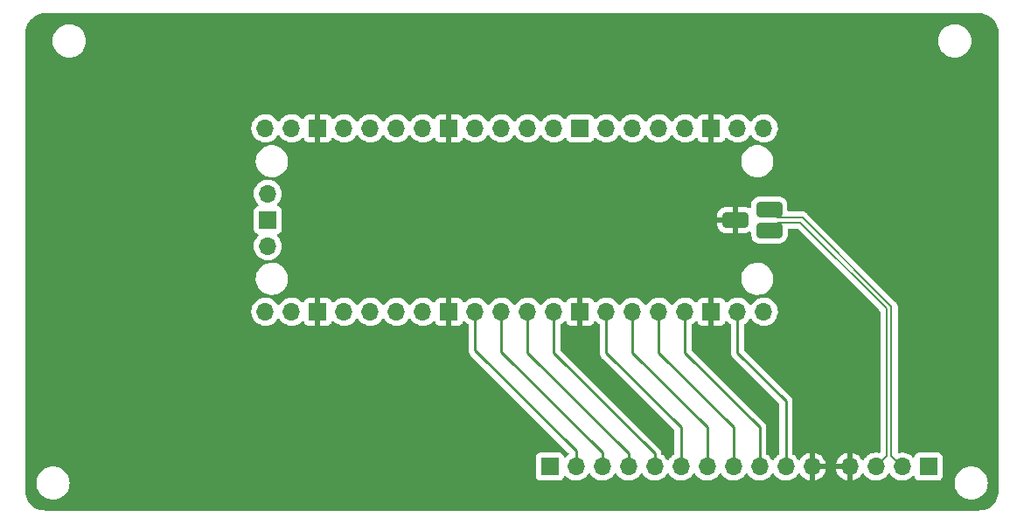
<source format=gbr>
%TF.GenerationSoftware,KiCad,Pcbnew,(6.0.6)*%
%TF.CreationDate,2022-08-15T00:38:18+08:00*%
%TF.ProjectId,15k-macropad-pico,31356b2d-6d61-4637-926f-7061642d7069,rev?*%
%TF.SameCoordinates,Original*%
%TF.FileFunction,Copper,L1,Top*%
%TF.FilePolarity,Positive*%
%FSLAX46Y46*%
G04 Gerber Fmt 4.6, Leading zero omitted, Abs format (unit mm)*
G04 Created by KiCad (PCBNEW (6.0.6)) date 2022-08-15 00:38:18*
%MOMM*%
%LPD*%
G01*
G04 APERTURE LIST*
G04 Aperture macros list*
%AMRoundRect*
0 Rectangle with rounded corners*
0 $1 Rounding radius*
0 $2 $3 $4 $5 $6 $7 $8 $9 X,Y pos of 4 corners*
0 Add a 4 corners polygon primitive as box body*
4,1,4,$2,$3,$4,$5,$6,$7,$8,$9,$2,$3,0*
0 Add four circle primitives for the rounded corners*
1,1,$1+$1,$2,$3*
1,1,$1+$1,$4,$5*
1,1,$1+$1,$6,$7*
1,1,$1+$1,$8,$9*
0 Add four rect primitives between the rounded corners*
20,1,$1+$1,$2,$3,$4,$5,0*
20,1,$1+$1,$4,$5,$6,$7,0*
20,1,$1+$1,$6,$7,$8,$9,0*
20,1,$1+$1,$8,$9,$2,$3,0*%
G04 Aperture macros list end*
%TA.AperFunction,ComponentPad*%
%ADD10O,1.700000X1.700000*%
%TD*%
%TA.AperFunction,ComponentPad*%
%ADD11R,1.700000X1.700000*%
%TD*%
%TA.AperFunction,ComponentPad*%
%ADD12RoundRect,0.300000X0.950000X-0.450000X0.950000X0.450000X-0.950000X0.450000X-0.950000X-0.450000X0*%
%TD*%
%TA.AperFunction,Conductor*%
%ADD13C,0.254000*%
%TD*%
%TA.AperFunction,Conductor*%
%ADD14C,0.200000*%
%TD*%
G04 APERTURE END LIST*
D10*
%TO.P,U1,1,GPIO0*%
%TO.N,unconnected-(U1-Pad1)*%
X165662500Y-84201000D03*
%TO.P,U1,2,GPIO1*%
%TO.N,LED_DIN*%
X163122500Y-84201000D03*
D11*
%TO.P,U1,3,GND*%
%TO.N,GND*%
X160582500Y-84201000D03*
D10*
%TO.P,U1,4,GPIO2*%
%TO.N,COL0*%
X158042500Y-84201000D03*
%TO.P,U1,5,GPIO3*%
%TO.N,COL1*%
X155502500Y-84201000D03*
%TO.P,U1,6,GPIO4*%
%TO.N,COL2*%
X152962500Y-84201000D03*
%TO.P,U1,7,GPIO5*%
%TO.N,COL3*%
X150422500Y-84201000D03*
D11*
%TO.P,U1,8,GND*%
%TO.N,GND*%
X147882500Y-84201000D03*
D10*
%TO.P,U1,9,GPIO6*%
%TO.N,COL4*%
X145342500Y-84201000D03*
%TO.P,U1,10,GPIO7*%
%TO.N,ROW0*%
X142802500Y-84201000D03*
%TO.P,U1,11,GPIO8*%
%TO.N,ROW1*%
X140262500Y-84201000D03*
%TO.P,U1,12,GPIO9*%
%TO.N,ROW2*%
X137722500Y-84201000D03*
D11*
%TO.P,U1,13,GND*%
%TO.N,GND*%
X135182500Y-84201000D03*
D10*
%TO.P,U1,14,GPIO10*%
%TO.N,unconnected-(U1-Pad14)*%
X132642500Y-84201000D03*
%TO.P,U1,15,GPIO11*%
%TO.N,unconnected-(U1-Pad15)*%
X130102500Y-84201000D03*
%TO.P,U1,16,GPIO12*%
%TO.N,unconnected-(U1-Pad16)*%
X127562500Y-84201000D03*
%TO.P,U1,17,GPIO13*%
%TO.N,unconnected-(U1-Pad17)*%
X125022500Y-84201000D03*
D11*
%TO.P,U1,18,GND*%
%TO.N,GND*%
X122482500Y-84201000D03*
D10*
%TO.P,U1,19,GPIO14*%
%TO.N,unconnected-(U1-Pad19)*%
X119942500Y-84201000D03*
%TO.P,U1,20,GPIO15*%
%TO.N,unconnected-(U1-Pad20)*%
X117402500Y-84201000D03*
%TO.P,U1,21,GPIO16*%
%TO.N,unconnected-(U1-Pad21)*%
X117402500Y-66421000D03*
%TO.P,U1,22,GPIO17*%
%TO.N,unconnected-(U1-Pad22)*%
X119942500Y-66421000D03*
D11*
%TO.P,U1,23,GND*%
%TO.N,GND*%
X122482500Y-66421000D03*
D10*
%TO.P,U1,24,GPIO18*%
%TO.N,unconnected-(U1-Pad24)*%
X125022500Y-66421000D03*
%TO.P,U1,25,GPIO19*%
%TO.N,unconnected-(U1-Pad25)*%
X127562500Y-66421000D03*
%TO.P,U1,26,GPIO20*%
%TO.N,unconnected-(U1-Pad26)*%
X130102500Y-66421000D03*
%TO.P,U1,27,GPIO21*%
%TO.N,unconnected-(U1-Pad27)*%
X132642500Y-66421000D03*
D11*
%TO.P,U1,28,GND*%
%TO.N,GND*%
X135182500Y-66421000D03*
D10*
%TO.P,U1,29,GPIO22*%
%TO.N,unconnected-(U1-Pad29)*%
X137722500Y-66421000D03*
%TO.P,U1,30,RUN*%
%TO.N,unconnected-(U1-Pad30)*%
X140262500Y-66421000D03*
%TO.P,U1,31,GPIO26_ADC0*%
%TO.N,unconnected-(U1-Pad31)*%
X142802500Y-66421000D03*
%TO.P,U1,32,GPIO27_ADC1*%
%TO.N,unconnected-(U1-Pad32)*%
X145342500Y-66421000D03*
D11*
%TO.P,U1,33,AGND*%
%TO.N,unconnected-(U1-Pad33)*%
X147882500Y-66421000D03*
D10*
%TO.P,U1,34,GPIO28_ADC2*%
%TO.N,unconnected-(U1-Pad34)*%
X150422500Y-66421000D03*
%TO.P,U1,35,ADC_VREF*%
%TO.N,unconnected-(U1-Pad35)*%
X152962500Y-66421000D03*
%TO.P,U1,36,3V3*%
%TO.N,unconnected-(U1-Pad36)*%
X155502500Y-66421000D03*
%TO.P,U1,37,3V3_EN*%
%TO.N,unconnected-(U1-Pad37)*%
X158042500Y-66421000D03*
D11*
%TO.P,U1,38,GND*%
%TO.N,GND*%
X160582500Y-66421000D03*
D10*
%TO.P,U1,39,VSYS*%
%TO.N,unconnected-(U1-Pad39)*%
X163122500Y-66421000D03*
%TO.P,U1,40,VBUS*%
%TO.N,+5V*%
X165662500Y-66421000D03*
%TO.P,U1,41,SWCLK*%
%TO.N,unconnected-(U1-Pad41)*%
X117632500Y-77851000D03*
D11*
%TO.P,U1,42,GND*%
%TO.N,unconnected-(U1-Pad42)*%
X117632500Y-75311000D03*
D10*
%TO.P,U1,43,SWDIO*%
%TO.N,unconnected-(U1-Pad43)*%
X117632500Y-72771000D03*
D12*
%TO.P,U1,TP1,TP1*%
%TO.N,GND*%
X162902500Y-75311000D03*
%TO.P,U1,TP2,TP2*%
%TO.N,D-*%
X166182500Y-74311000D03*
%TO.P,U1,TP3,TP3*%
%TO.N,D+*%
X166202500Y-76311000D03*
%TD*%
D11*
%TO.P,J1,1,Pin_1*%
%TO.N,+5V*%
X144938750Y-99218750D03*
D10*
%TO.P,J1,2,Pin_2*%
%TO.N,ROW2*%
X147478750Y-99218750D03*
%TO.P,J1,3,Pin_3*%
%TO.N,ROW1*%
X150018750Y-99218750D03*
%TO.P,J1,4,Pin_4*%
%TO.N,ROW0*%
X152558750Y-99218750D03*
%TO.P,J1,5,Pin_5*%
%TO.N,COL4*%
X155098750Y-99218750D03*
%TO.P,J1,6,Pin_6*%
%TO.N,COL3*%
X157638750Y-99218750D03*
%TO.P,J1,7,Pin_7*%
%TO.N,COL2*%
X160178750Y-99218750D03*
%TO.P,J1,8,Pin_8*%
%TO.N,COL1*%
X162718750Y-99218750D03*
%TO.P,J1,9,Pin_9*%
%TO.N,COL0*%
X165258750Y-99218750D03*
%TO.P,J1,10,Pin_10*%
%TO.N,LED_DIN*%
X167798750Y-99218750D03*
%TO.P,J1,11,Pin_11*%
%TO.N,GND*%
X170338750Y-99218750D03*
%TD*%
D11*
%TO.P,J2,1,Pin_1*%
%TO.N,+5V*%
X181600000Y-99218750D03*
D10*
%TO.P,J2,2,Pin_2*%
%TO.N,D-*%
X179060000Y-99218750D03*
%TO.P,J2,3,Pin_3*%
%TO.N,D+*%
X176520000Y-99218750D03*
%TO.P,J2,4,Pin_4*%
%TO.N,GND*%
X173980000Y-99218750D03*
%TD*%
D13*
%TO.N,ROW2*%
X147478750Y-97710624D02*
X137722500Y-87954374D01*
X147478750Y-99218750D02*
X147478750Y-97710624D01*
X137722500Y-87954374D02*
X137722500Y-84201000D01*
%TO.N,ROW1*%
X150018750Y-97869375D02*
X150018750Y-99218750D01*
X140262500Y-84201000D02*
X140262500Y-88113125D01*
X140262500Y-88113125D02*
X150018750Y-97869375D01*
%TO.N,ROW0*%
X142802500Y-88192500D02*
X152558750Y-97948750D01*
X152558750Y-97948750D02*
X152558750Y-99218750D01*
X142802500Y-84201000D02*
X142802500Y-88192500D01*
%TO.N,COL4*%
X145342500Y-84201000D02*
X145342500Y-88192500D01*
X155098750Y-97948750D02*
X155098750Y-99218750D01*
X145342500Y-88192500D02*
X155098750Y-97948750D01*
%TO.N,COL3*%
X150422500Y-88192500D02*
X157638750Y-95408750D01*
X157638750Y-95408750D02*
X157638750Y-99218750D01*
X150422500Y-84201000D02*
X150422500Y-88192500D01*
%TO.N,COL2*%
X152962500Y-88192500D02*
X160178750Y-95408750D01*
X160178750Y-95408750D02*
X160178750Y-99218750D01*
X152962500Y-84201000D02*
X152962500Y-88192500D01*
%TO.N,COL1*%
X155502500Y-84201000D02*
X155502500Y-88192500D01*
X155502500Y-88192500D02*
X162718750Y-95408750D01*
X162718750Y-95408750D02*
X162718750Y-99218750D01*
%TO.N,COL0*%
X165258750Y-95408750D02*
X165258750Y-99218750D01*
X158042500Y-88192500D02*
X165258750Y-95408750D01*
X158042500Y-84201000D02*
X158042500Y-88192500D01*
%TO.N,LED_DIN*%
X163122500Y-88192500D02*
X167798750Y-92868750D01*
X163122500Y-84201000D02*
X163122500Y-88192500D01*
X167798750Y-92868750D02*
X167798750Y-99218750D01*
D14*
%TO.N,D-*%
X166967499Y-75095999D02*
X169394199Y-75095999D01*
X178015001Y-98173751D02*
X179060000Y-99218750D01*
X178015001Y-83716801D02*
X178015001Y-98173751D01*
X166182500Y-74311000D02*
X166967499Y-75095999D01*
X169394199Y-75095999D02*
X178015001Y-83716801D01*
%TO.N,D+*%
X166967499Y-75546001D02*
X169207801Y-75546001D01*
X166202500Y-76311000D02*
X166967499Y-75546001D01*
X177564999Y-98173751D02*
X176520000Y-99218750D01*
X169207801Y-75546001D02*
X177564999Y-83903199D01*
X177564999Y-83903199D02*
X177564999Y-98173751D01*
%TD*%
%TA.AperFunction,Conductor*%
%TO.N,GND*%
G36*
X186501268Y-55278751D02*
G01*
X186515755Y-55281007D01*
X186524963Y-55282441D01*
X186541257Y-55280311D01*
X186565829Y-55279518D01*
X186628281Y-55283612D01*
X186767441Y-55292736D01*
X186783781Y-55294887D01*
X186925085Y-55322996D01*
X187007855Y-55339461D01*
X187023766Y-55343725D01*
X187131933Y-55380443D01*
X187240096Y-55417161D01*
X187255323Y-55423468D01*
X187460221Y-55524513D01*
X187474494Y-55532754D01*
X187664446Y-55659675D01*
X187677512Y-55669700D01*
X187849290Y-55820343D01*
X187860931Y-55831984D01*
X187902126Y-55878957D01*
X188011569Y-56003750D01*
X188021602Y-56016825D01*
X188085065Y-56111800D01*
X188148532Y-56206780D01*
X188156765Y-56221041D01*
X188156781Y-56221072D01*
X188257817Y-56425942D01*
X188264124Y-56441168D01*
X188337564Y-56657495D01*
X188341830Y-56673414D01*
X188386407Y-56897475D01*
X188388559Y-56913815D01*
X188401297Y-57108035D01*
X188400223Y-57132172D01*
X188400190Y-57134874D01*
X188398809Y-57143746D01*
X188399973Y-57152645D01*
X188399973Y-57152647D01*
X188402936Y-57175297D01*
X188404000Y-57191639D01*
X188404000Y-101550619D01*
X188402499Y-101570010D01*
X188398809Y-101593702D01*
X188400939Y-101609998D01*
X188401732Y-101634570D01*
X188388509Y-101836180D01*
X188386357Y-101852519D01*
X188341783Y-102076571D01*
X188337517Y-102092491D01*
X188264078Y-102308813D01*
X188257771Y-102324039D01*
X188248958Y-102341910D01*
X188156722Y-102528935D01*
X188148489Y-102543195D01*
X188139973Y-102555939D01*
X188021563Y-102733145D01*
X188011533Y-102746216D01*
X187915450Y-102855775D01*
X187860898Y-102917978D01*
X187849246Y-102929629D01*
X187849202Y-102929668D01*
X187677488Y-103080255D01*
X187664425Y-103090279D01*
X187474465Y-103217205D01*
X187460200Y-103225441D01*
X187255304Y-103326486D01*
X187240077Y-103332793D01*
X187131917Y-103369509D01*
X187023753Y-103406227D01*
X187007838Y-103410492D01*
X186979127Y-103416203D01*
X186783774Y-103455063D01*
X186767435Y-103457214D01*
X186572771Y-103469977D01*
X186550664Y-103468993D01*
X186546391Y-103468941D01*
X186537515Y-103467559D01*
X186512069Y-103470887D01*
X186505959Y-103471686D01*
X186489619Y-103472750D01*
X96093120Y-103472750D01*
X96073732Y-103471249D01*
X96058912Y-103468941D01*
X96058911Y-103468941D01*
X96050037Y-103467559D01*
X96033743Y-103469689D01*
X96009171Y-103470482D01*
X95946719Y-103466388D01*
X95807559Y-103457264D01*
X95791219Y-103455113D01*
X95649915Y-103427004D01*
X95567145Y-103410539D01*
X95551234Y-103406275D01*
X95443067Y-103369557D01*
X95334904Y-103332839D01*
X95319677Y-103326532D01*
X95114779Y-103225487D01*
X95100506Y-103217246D01*
X94910554Y-103090325D01*
X94897488Y-103080300D01*
X94725710Y-102929657D01*
X94714067Y-102918014D01*
X94714036Y-102917978D01*
X94659484Y-102855775D01*
X94563431Y-102746250D01*
X94553398Y-102733175D01*
X94434956Y-102555922D01*
X94426468Y-102543220D01*
X94418235Y-102528959D01*
X94367068Y-102425210D01*
X94317183Y-102324058D01*
X94310876Y-102308832D01*
X94237436Y-102092505D01*
X94233170Y-102076586D01*
X94188593Y-101852525D01*
X94186441Y-101836185D01*
X94173703Y-101641965D01*
X94174777Y-101617828D01*
X94174810Y-101615126D01*
X94176191Y-101606254D01*
X94172064Y-101574703D01*
X94171000Y-101558361D01*
X94171000Y-100806250D01*
X95224026Y-100806250D01*
X95243891Y-101058653D01*
X95302995Y-101304841D01*
X95399884Y-101538752D01*
X95532172Y-101754626D01*
X95696602Y-101947148D01*
X95889124Y-102111578D01*
X96104998Y-102243866D01*
X96109568Y-102245759D01*
X96109572Y-102245761D01*
X96334336Y-102338861D01*
X96338909Y-102340755D01*
X96423532Y-102361071D01*
X96580284Y-102398704D01*
X96580290Y-102398705D01*
X96585097Y-102399859D01*
X96684916Y-102407715D01*
X96771845Y-102414557D01*
X96771852Y-102414557D01*
X96774301Y-102414750D01*
X96900699Y-102414750D01*
X96903148Y-102414557D01*
X96903155Y-102414557D01*
X96990084Y-102407715D01*
X97089903Y-102399859D01*
X97094710Y-102398705D01*
X97094716Y-102398704D01*
X97251468Y-102361071D01*
X97336091Y-102340755D01*
X97340664Y-102338861D01*
X97565428Y-102245761D01*
X97565432Y-102245759D01*
X97570002Y-102243866D01*
X97785876Y-102111578D01*
X97978398Y-101947148D01*
X98142828Y-101754626D01*
X98275116Y-101538752D01*
X98372005Y-101304841D01*
X98431109Y-101058653D01*
X98450974Y-100806250D01*
X184124026Y-100806250D01*
X184143891Y-101058653D01*
X184202995Y-101304841D01*
X184299884Y-101538752D01*
X184432172Y-101754626D01*
X184596602Y-101947148D01*
X184789124Y-102111578D01*
X185004998Y-102243866D01*
X185009568Y-102245759D01*
X185009572Y-102245761D01*
X185234336Y-102338861D01*
X185238909Y-102340755D01*
X185323532Y-102361071D01*
X185480284Y-102398704D01*
X185480290Y-102398705D01*
X185485097Y-102399859D01*
X185584916Y-102407715D01*
X185671845Y-102414557D01*
X185671852Y-102414557D01*
X185674301Y-102414750D01*
X185800699Y-102414750D01*
X185803148Y-102414557D01*
X185803155Y-102414557D01*
X185890084Y-102407715D01*
X185989903Y-102399859D01*
X185994710Y-102398705D01*
X185994716Y-102398704D01*
X186151468Y-102361071D01*
X186236091Y-102340755D01*
X186240664Y-102338861D01*
X186465428Y-102245761D01*
X186465432Y-102245759D01*
X186470002Y-102243866D01*
X186685876Y-102111578D01*
X186878398Y-101947148D01*
X187042828Y-101754626D01*
X187175116Y-101538752D01*
X187272005Y-101304841D01*
X187331109Y-101058653D01*
X187350974Y-100806250D01*
X187331109Y-100553847D01*
X187327261Y-100537815D01*
X187279287Y-100337992D01*
X187272005Y-100307659D01*
X187250561Y-100255889D01*
X187177011Y-100078322D01*
X187177009Y-100078318D01*
X187175116Y-100073748D01*
X187042828Y-99857874D01*
X186878398Y-99665352D01*
X186685876Y-99500922D01*
X186470002Y-99368634D01*
X186465432Y-99366741D01*
X186465428Y-99366739D01*
X186240664Y-99273639D01*
X186240662Y-99273638D01*
X186236091Y-99271745D01*
X186151468Y-99251429D01*
X185994716Y-99213796D01*
X185994710Y-99213795D01*
X185989903Y-99212641D01*
X185890084Y-99204785D01*
X185803155Y-99197943D01*
X185803148Y-99197943D01*
X185800699Y-99197750D01*
X185674301Y-99197750D01*
X185671852Y-99197943D01*
X185671845Y-99197943D01*
X185584916Y-99204785D01*
X185485097Y-99212641D01*
X185480290Y-99213795D01*
X185480284Y-99213796D01*
X185323532Y-99251429D01*
X185238909Y-99271745D01*
X185234338Y-99273638D01*
X185234336Y-99273639D01*
X185009572Y-99366739D01*
X185009568Y-99366741D01*
X185004998Y-99368634D01*
X184789124Y-99500922D01*
X184596602Y-99665352D01*
X184432172Y-99857874D01*
X184299884Y-100073748D01*
X184297991Y-100078318D01*
X184297989Y-100078322D01*
X184224439Y-100255889D01*
X184202995Y-100307659D01*
X184195713Y-100337992D01*
X184147740Y-100537815D01*
X184143891Y-100553847D01*
X184124026Y-100806250D01*
X98450974Y-100806250D01*
X98431109Y-100553847D01*
X98427261Y-100537815D01*
X98379287Y-100337992D01*
X98372005Y-100307659D01*
X98350561Y-100255889D01*
X98277011Y-100078322D01*
X98277009Y-100078318D01*
X98275116Y-100073748D01*
X98142828Y-99857874D01*
X97978398Y-99665352D01*
X97785876Y-99500922D01*
X97570002Y-99368634D01*
X97565432Y-99366741D01*
X97565428Y-99366739D01*
X97340664Y-99273639D01*
X97340662Y-99273638D01*
X97336091Y-99271745D01*
X97251468Y-99251429D01*
X97094716Y-99213796D01*
X97094710Y-99213795D01*
X97089903Y-99212641D01*
X96990084Y-99204785D01*
X96903155Y-99197943D01*
X96903148Y-99197943D01*
X96900699Y-99197750D01*
X96774301Y-99197750D01*
X96771852Y-99197943D01*
X96771845Y-99197943D01*
X96684916Y-99204785D01*
X96585097Y-99212641D01*
X96580290Y-99213795D01*
X96580284Y-99213796D01*
X96423532Y-99251429D01*
X96338909Y-99271745D01*
X96334338Y-99273638D01*
X96334336Y-99273639D01*
X96109572Y-99366739D01*
X96109568Y-99366741D01*
X96104998Y-99368634D01*
X95889124Y-99500922D01*
X95696602Y-99665352D01*
X95532172Y-99857874D01*
X95399884Y-100073748D01*
X95397991Y-100078318D01*
X95397989Y-100078322D01*
X95324439Y-100255889D01*
X95302995Y-100307659D01*
X95295713Y-100337992D01*
X95247740Y-100537815D01*
X95243891Y-100553847D01*
X95224026Y-100806250D01*
X94171000Y-100806250D01*
X94171000Y-84167695D01*
X116039751Y-84167695D01*
X116040048Y-84172848D01*
X116040048Y-84172851D01*
X116045511Y-84267590D01*
X116052610Y-84390715D01*
X116053747Y-84395761D01*
X116053748Y-84395767D01*
X116073619Y-84483939D01*
X116101722Y-84608639D01*
X116185766Y-84815616D01*
X116236519Y-84898438D01*
X116299791Y-85001688D01*
X116302487Y-85006088D01*
X116448750Y-85174938D01*
X116620626Y-85317632D01*
X116813500Y-85430338D01*
X117022192Y-85510030D01*
X117027260Y-85511061D01*
X117027263Y-85511062D01*
X117134517Y-85532883D01*
X117241097Y-85554567D01*
X117246272Y-85554757D01*
X117246274Y-85554757D01*
X117459173Y-85562564D01*
X117459177Y-85562564D01*
X117464337Y-85562753D01*
X117469457Y-85562097D01*
X117469459Y-85562097D01*
X117680788Y-85535025D01*
X117680789Y-85535025D01*
X117685916Y-85534368D01*
X117690866Y-85532883D01*
X117894929Y-85471661D01*
X117894934Y-85471659D01*
X117899884Y-85470174D01*
X118100494Y-85371896D01*
X118282360Y-85242173D01*
X118440596Y-85084489D01*
X118500094Y-85001689D01*
X118570953Y-84903077D01*
X118572276Y-84904028D01*
X118619145Y-84860857D01*
X118689080Y-84848625D01*
X118754526Y-84876144D01*
X118782375Y-84907994D01*
X118842487Y-85006088D01*
X118988750Y-85174938D01*
X119160626Y-85317632D01*
X119353500Y-85430338D01*
X119562192Y-85510030D01*
X119567260Y-85511061D01*
X119567263Y-85511062D01*
X119674517Y-85532883D01*
X119781097Y-85554567D01*
X119786272Y-85554757D01*
X119786274Y-85554757D01*
X119999173Y-85562564D01*
X119999177Y-85562564D01*
X120004337Y-85562753D01*
X120009457Y-85562097D01*
X120009459Y-85562097D01*
X120220788Y-85535025D01*
X120220789Y-85535025D01*
X120225916Y-85534368D01*
X120230866Y-85532883D01*
X120434929Y-85471661D01*
X120434934Y-85471659D01*
X120439884Y-85470174D01*
X120640494Y-85371896D01*
X120822360Y-85242173D01*
X120889831Y-85174938D01*
X120930979Y-85133933D01*
X120993351Y-85100017D01*
X121064158Y-85105205D01*
X121120919Y-85147851D01*
X121137901Y-85178954D01*
X121179176Y-85289054D01*
X121187714Y-85304649D01*
X121264215Y-85406724D01*
X121276776Y-85419285D01*
X121378851Y-85495786D01*
X121394446Y-85504324D01*
X121514894Y-85549478D01*
X121530149Y-85553105D01*
X121581014Y-85558631D01*
X121587828Y-85559000D01*
X122210385Y-85559000D01*
X122225624Y-85554525D01*
X122226829Y-85553135D01*
X122228500Y-85545452D01*
X122228500Y-85540884D01*
X122736500Y-85540884D01*
X122740975Y-85556123D01*
X122742365Y-85557328D01*
X122750048Y-85558999D01*
X123377169Y-85558999D01*
X123383990Y-85558629D01*
X123434852Y-85553105D01*
X123450104Y-85549479D01*
X123570554Y-85504324D01*
X123586149Y-85495786D01*
X123688224Y-85419285D01*
X123700785Y-85406724D01*
X123777286Y-85304649D01*
X123785824Y-85289054D01*
X123826725Y-85179952D01*
X123869367Y-85123188D01*
X123935928Y-85098488D01*
X124005277Y-85113696D01*
X124039944Y-85141684D01*
X124065365Y-85171031D01*
X124065369Y-85171035D01*
X124068750Y-85174938D01*
X124240626Y-85317632D01*
X124433500Y-85430338D01*
X124642192Y-85510030D01*
X124647260Y-85511061D01*
X124647263Y-85511062D01*
X124754517Y-85532883D01*
X124861097Y-85554567D01*
X124866272Y-85554757D01*
X124866274Y-85554757D01*
X125079173Y-85562564D01*
X125079177Y-85562564D01*
X125084337Y-85562753D01*
X125089457Y-85562097D01*
X125089459Y-85562097D01*
X125300788Y-85535025D01*
X125300789Y-85535025D01*
X125305916Y-85534368D01*
X125310866Y-85532883D01*
X125514929Y-85471661D01*
X125514934Y-85471659D01*
X125519884Y-85470174D01*
X125720494Y-85371896D01*
X125902360Y-85242173D01*
X126060596Y-85084489D01*
X126120094Y-85001689D01*
X126190953Y-84903077D01*
X126192276Y-84904028D01*
X126239145Y-84860857D01*
X126309080Y-84848625D01*
X126374526Y-84876144D01*
X126402375Y-84907994D01*
X126462487Y-85006088D01*
X126608750Y-85174938D01*
X126780626Y-85317632D01*
X126973500Y-85430338D01*
X127182192Y-85510030D01*
X127187260Y-85511061D01*
X127187263Y-85511062D01*
X127294517Y-85532883D01*
X127401097Y-85554567D01*
X127406272Y-85554757D01*
X127406274Y-85554757D01*
X127619173Y-85562564D01*
X127619177Y-85562564D01*
X127624337Y-85562753D01*
X127629457Y-85562097D01*
X127629459Y-85562097D01*
X127840788Y-85535025D01*
X127840789Y-85535025D01*
X127845916Y-85534368D01*
X127850866Y-85532883D01*
X128054929Y-85471661D01*
X128054934Y-85471659D01*
X128059884Y-85470174D01*
X128260494Y-85371896D01*
X128442360Y-85242173D01*
X128600596Y-85084489D01*
X128660094Y-85001689D01*
X128730953Y-84903077D01*
X128732276Y-84904028D01*
X128779145Y-84860857D01*
X128849080Y-84848625D01*
X128914526Y-84876144D01*
X128942375Y-84907994D01*
X129002487Y-85006088D01*
X129148750Y-85174938D01*
X129320626Y-85317632D01*
X129513500Y-85430338D01*
X129722192Y-85510030D01*
X129727260Y-85511061D01*
X129727263Y-85511062D01*
X129834517Y-85532883D01*
X129941097Y-85554567D01*
X129946272Y-85554757D01*
X129946274Y-85554757D01*
X130159173Y-85562564D01*
X130159177Y-85562564D01*
X130164337Y-85562753D01*
X130169457Y-85562097D01*
X130169459Y-85562097D01*
X130380788Y-85535025D01*
X130380789Y-85535025D01*
X130385916Y-85534368D01*
X130390866Y-85532883D01*
X130594929Y-85471661D01*
X130594934Y-85471659D01*
X130599884Y-85470174D01*
X130800494Y-85371896D01*
X130982360Y-85242173D01*
X131140596Y-85084489D01*
X131200094Y-85001689D01*
X131270953Y-84903077D01*
X131272276Y-84904028D01*
X131319145Y-84860857D01*
X131389080Y-84848625D01*
X131454526Y-84876144D01*
X131482375Y-84907994D01*
X131542487Y-85006088D01*
X131688750Y-85174938D01*
X131860626Y-85317632D01*
X132053500Y-85430338D01*
X132262192Y-85510030D01*
X132267260Y-85511061D01*
X132267263Y-85511062D01*
X132374517Y-85532883D01*
X132481097Y-85554567D01*
X132486272Y-85554757D01*
X132486274Y-85554757D01*
X132699173Y-85562564D01*
X132699177Y-85562564D01*
X132704337Y-85562753D01*
X132709457Y-85562097D01*
X132709459Y-85562097D01*
X132920788Y-85535025D01*
X132920789Y-85535025D01*
X132925916Y-85534368D01*
X132930866Y-85532883D01*
X133134929Y-85471661D01*
X133134934Y-85471659D01*
X133139884Y-85470174D01*
X133340494Y-85371896D01*
X133522360Y-85242173D01*
X133589831Y-85174938D01*
X133630979Y-85133933D01*
X133693351Y-85100017D01*
X133764158Y-85105205D01*
X133820919Y-85147851D01*
X133837901Y-85178954D01*
X133879176Y-85289054D01*
X133887714Y-85304649D01*
X133964215Y-85406724D01*
X133976776Y-85419285D01*
X134078851Y-85495786D01*
X134094446Y-85504324D01*
X134214894Y-85549478D01*
X134230149Y-85553105D01*
X134281014Y-85558631D01*
X134287828Y-85559000D01*
X134910385Y-85559000D01*
X134925624Y-85554525D01*
X134926829Y-85553135D01*
X134928500Y-85545452D01*
X134928500Y-85540884D01*
X135436500Y-85540884D01*
X135440975Y-85556123D01*
X135442365Y-85557328D01*
X135450048Y-85558999D01*
X136077169Y-85558999D01*
X136083990Y-85558629D01*
X136134852Y-85553105D01*
X136150104Y-85549479D01*
X136270554Y-85504324D01*
X136286149Y-85495786D01*
X136388224Y-85419285D01*
X136400785Y-85406724D01*
X136477286Y-85304649D01*
X136485824Y-85289054D01*
X136526725Y-85179952D01*
X136569367Y-85123188D01*
X136635928Y-85098488D01*
X136705277Y-85113696D01*
X136739944Y-85141684D01*
X136765365Y-85171031D01*
X136765369Y-85171035D01*
X136768750Y-85174938D01*
X136940626Y-85317632D01*
X137024572Y-85366686D01*
X137073294Y-85418324D01*
X137087000Y-85475473D01*
X137087000Y-87875354D01*
X137086470Y-87886588D01*
X137084792Y-87894093D01*
X137085041Y-87902012D01*
X137086938Y-87962386D01*
X137087000Y-87966343D01*
X137087000Y-87994357D01*
X137087496Y-87998282D01*
X137087496Y-87998283D01*
X137087508Y-87998378D01*
X137088441Y-88010223D01*
X137089835Y-88054579D01*
X137092047Y-88062191D01*
X137095513Y-88074122D01*
X137099523Y-88093486D01*
X137102073Y-88113673D01*
X137104989Y-88121037D01*
X137104990Y-88121042D01*
X137118407Y-88154930D01*
X137122252Y-88166159D01*
X137134631Y-88208767D01*
X137138669Y-88215594D01*
X137138670Y-88215597D01*
X137144988Y-88226280D01*
X137153688Y-88244038D01*
X137158261Y-88255589D01*
X137158265Y-88255595D01*
X137161181Y-88262962D01*
X137165839Y-88269373D01*
X137165840Y-88269375D01*
X137173409Y-88279793D01*
X137182791Y-88292705D01*
X137187264Y-88298862D01*
X137193781Y-88308784D01*
X137212326Y-88340142D01*
X137212329Y-88340146D01*
X137216366Y-88346972D01*
X137230750Y-88361356D01*
X137243591Y-88376390D01*
X137255558Y-88392861D01*
X137261666Y-88397914D01*
X137289755Y-88421151D01*
X137298535Y-88429141D01*
X146753802Y-97884409D01*
X146787828Y-97946721D01*
X146782763Y-98017536D01*
X146740360Y-98074264D01*
X146604352Y-98176382D01*
X146573715Y-98199385D01*
X146517287Y-98258434D01*
X146493033Y-98283814D01*
X146431509Y-98319244D01*
X146360596Y-98315787D01*
X146302810Y-98274541D01*
X146283957Y-98240993D01*
X146242517Y-98130453D01*
X146239365Y-98122045D01*
X146152011Y-98005489D01*
X146035455Y-97918135D01*
X145899066Y-97867005D01*
X145836884Y-97860250D01*
X144040616Y-97860250D01*
X143978434Y-97867005D01*
X143842045Y-97918135D01*
X143725489Y-98005489D01*
X143638135Y-98122045D01*
X143587005Y-98258434D01*
X143580250Y-98320616D01*
X143580250Y-100116884D01*
X143587005Y-100179066D01*
X143638135Y-100315455D01*
X143725489Y-100432011D01*
X143842045Y-100519365D01*
X143978434Y-100570495D01*
X144040616Y-100577250D01*
X145836884Y-100577250D01*
X145899066Y-100570495D01*
X146035455Y-100519365D01*
X146152011Y-100432011D01*
X146239365Y-100315455D01*
X146261549Y-100256279D01*
X146283348Y-100198132D01*
X146325990Y-100141368D01*
X146392552Y-100116668D01*
X146461900Y-100131876D01*
X146496567Y-100159864D01*
X146525000Y-100192688D01*
X146696876Y-100335382D01*
X146889750Y-100448088D01*
X147098442Y-100527780D01*
X147103510Y-100528811D01*
X147103513Y-100528812D01*
X147198612Y-100548160D01*
X147317347Y-100572317D01*
X147322522Y-100572507D01*
X147322524Y-100572507D01*
X147535423Y-100580314D01*
X147535427Y-100580314D01*
X147540587Y-100580503D01*
X147545707Y-100579847D01*
X147545709Y-100579847D01*
X147757038Y-100552775D01*
X147757039Y-100552775D01*
X147762166Y-100552118D01*
X147767116Y-100550633D01*
X147971179Y-100489411D01*
X147971184Y-100489409D01*
X147976134Y-100487924D01*
X148176744Y-100389646D01*
X148358610Y-100259923D01*
X148516846Y-100102239D01*
X148647203Y-99920827D01*
X148648526Y-99921778D01*
X148695395Y-99878607D01*
X148765330Y-99866375D01*
X148830776Y-99893894D01*
X148858625Y-99925744D01*
X148918737Y-100023838D01*
X149065000Y-100192688D01*
X149236876Y-100335382D01*
X149429750Y-100448088D01*
X149638442Y-100527780D01*
X149643510Y-100528811D01*
X149643513Y-100528812D01*
X149738612Y-100548160D01*
X149857347Y-100572317D01*
X149862522Y-100572507D01*
X149862524Y-100572507D01*
X150075423Y-100580314D01*
X150075427Y-100580314D01*
X150080587Y-100580503D01*
X150085707Y-100579847D01*
X150085709Y-100579847D01*
X150297038Y-100552775D01*
X150297039Y-100552775D01*
X150302166Y-100552118D01*
X150307116Y-100550633D01*
X150511179Y-100489411D01*
X150511184Y-100489409D01*
X150516134Y-100487924D01*
X150716744Y-100389646D01*
X150898610Y-100259923D01*
X151056846Y-100102239D01*
X151187203Y-99920827D01*
X151188526Y-99921778D01*
X151235395Y-99878607D01*
X151305330Y-99866375D01*
X151370776Y-99893894D01*
X151398625Y-99925744D01*
X151458737Y-100023838D01*
X151605000Y-100192688D01*
X151776876Y-100335382D01*
X151969750Y-100448088D01*
X152178442Y-100527780D01*
X152183510Y-100528811D01*
X152183513Y-100528812D01*
X152278612Y-100548160D01*
X152397347Y-100572317D01*
X152402522Y-100572507D01*
X152402524Y-100572507D01*
X152615423Y-100580314D01*
X152615427Y-100580314D01*
X152620587Y-100580503D01*
X152625707Y-100579847D01*
X152625709Y-100579847D01*
X152837038Y-100552775D01*
X152837039Y-100552775D01*
X152842166Y-100552118D01*
X152847116Y-100550633D01*
X153051179Y-100489411D01*
X153051184Y-100489409D01*
X153056134Y-100487924D01*
X153256744Y-100389646D01*
X153438610Y-100259923D01*
X153596846Y-100102239D01*
X153727203Y-99920827D01*
X153728526Y-99921778D01*
X153775395Y-99878607D01*
X153845330Y-99866375D01*
X153910776Y-99893894D01*
X153938625Y-99925744D01*
X153998737Y-100023838D01*
X154145000Y-100192688D01*
X154316876Y-100335382D01*
X154509750Y-100448088D01*
X154718442Y-100527780D01*
X154723510Y-100528811D01*
X154723513Y-100528812D01*
X154818612Y-100548160D01*
X154937347Y-100572317D01*
X154942522Y-100572507D01*
X154942524Y-100572507D01*
X155155423Y-100580314D01*
X155155427Y-100580314D01*
X155160587Y-100580503D01*
X155165707Y-100579847D01*
X155165709Y-100579847D01*
X155377038Y-100552775D01*
X155377039Y-100552775D01*
X155382166Y-100552118D01*
X155387116Y-100550633D01*
X155591179Y-100489411D01*
X155591184Y-100489409D01*
X155596134Y-100487924D01*
X155796744Y-100389646D01*
X155978610Y-100259923D01*
X156136846Y-100102239D01*
X156267203Y-99920827D01*
X156268526Y-99921778D01*
X156315395Y-99878607D01*
X156385330Y-99866375D01*
X156450776Y-99893894D01*
X156478625Y-99925744D01*
X156538737Y-100023838D01*
X156685000Y-100192688D01*
X156856876Y-100335382D01*
X157049750Y-100448088D01*
X157258442Y-100527780D01*
X157263510Y-100528811D01*
X157263513Y-100528812D01*
X157358612Y-100548160D01*
X157477347Y-100572317D01*
X157482522Y-100572507D01*
X157482524Y-100572507D01*
X157695423Y-100580314D01*
X157695427Y-100580314D01*
X157700587Y-100580503D01*
X157705707Y-100579847D01*
X157705709Y-100579847D01*
X157917038Y-100552775D01*
X157917039Y-100552775D01*
X157922166Y-100552118D01*
X157927116Y-100550633D01*
X158131179Y-100489411D01*
X158131184Y-100489409D01*
X158136134Y-100487924D01*
X158336744Y-100389646D01*
X158518610Y-100259923D01*
X158676846Y-100102239D01*
X158807203Y-99920827D01*
X158808526Y-99921778D01*
X158855395Y-99878607D01*
X158925330Y-99866375D01*
X158990776Y-99893894D01*
X159018625Y-99925744D01*
X159078737Y-100023838D01*
X159225000Y-100192688D01*
X159396876Y-100335382D01*
X159589750Y-100448088D01*
X159798442Y-100527780D01*
X159803510Y-100528811D01*
X159803513Y-100528812D01*
X159898612Y-100548160D01*
X160017347Y-100572317D01*
X160022522Y-100572507D01*
X160022524Y-100572507D01*
X160235423Y-100580314D01*
X160235427Y-100580314D01*
X160240587Y-100580503D01*
X160245707Y-100579847D01*
X160245709Y-100579847D01*
X160457038Y-100552775D01*
X160457039Y-100552775D01*
X160462166Y-100552118D01*
X160467116Y-100550633D01*
X160671179Y-100489411D01*
X160671184Y-100489409D01*
X160676134Y-100487924D01*
X160876744Y-100389646D01*
X161058610Y-100259923D01*
X161216846Y-100102239D01*
X161347203Y-99920827D01*
X161348526Y-99921778D01*
X161395395Y-99878607D01*
X161465330Y-99866375D01*
X161530776Y-99893894D01*
X161558625Y-99925744D01*
X161618737Y-100023838D01*
X161765000Y-100192688D01*
X161936876Y-100335382D01*
X162129750Y-100448088D01*
X162338442Y-100527780D01*
X162343510Y-100528811D01*
X162343513Y-100528812D01*
X162438612Y-100548160D01*
X162557347Y-100572317D01*
X162562522Y-100572507D01*
X162562524Y-100572507D01*
X162775423Y-100580314D01*
X162775427Y-100580314D01*
X162780587Y-100580503D01*
X162785707Y-100579847D01*
X162785709Y-100579847D01*
X162997038Y-100552775D01*
X162997039Y-100552775D01*
X163002166Y-100552118D01*
X163007116Y-100550633D01*
X163211179Y-100489411D01*
X163211184Y-100489409D01*
X163216134Y-100487924D01*
X163416744Y-100389646D01*
X163598610Y-100259923D01*
X163756846Y-100102239D01*
X163887203Y-99920827D01*
X163888526Y-99921778D01*
X163935395Y-99878607D01*
X164005330Y-99866375D01*
X164070776Y-99893894D01*
X164098625Y-99925744D01*
X164158737Y-100023838D01*
X164305000Y-100192688D01*
X164476876Y-100335382D01*
X164669750Y-100448088D01*
X164878442Y-100527780D01*
X164883510Y-100528811D01*
X164883513Y-100528812D01*
X164978612Y-100548160D01*
X165097347Y-100572317D01*
X165102522Y-100572507D01*
X165102524Y-100572507D01*
X165315423Y-100580314D01*
X165315427Y-100580314D01*
X165320587Y-100580503D01*
X165325707Y-100579847D01*
X165325709Y-100579847D01*
X165537038Y-100552775D01*
X165537039Y-100552775D01*
X165542166Y-100552118D01*
X165547116Y-100550633D01*
X165751179Y-100489411D01*
X165751184Y-100489409D01*
X165756134Y-100487924D01*
X165956744Y-100389646D01*
X166138610Y-100259923D01*
X166296846Y-100102239D01*
X166427203Y-99920827D01*
X166428526Y-99921778D01*
X166475395Y-99878607D01*
X166545330Y-99866375D01*
X166610776Y-99893894D01*
X166638625Y-99925744D01*
X166698737Y-100023838D01*
X166845000Y-100192688D01*
X167016876Y-100335382D01*
X167209750Y-100448088D01*
X167418442Y-100527780D01*
X167423510Y-100528811D01*
X167423513Y-100528812D01*
X167518612Y-100548160D01*
X167637347Y-100572317D01*
X167642522Y-100572507D01*
X167642524Y-100572507D01*
X167855423Y-100580314D01*
X167855427Y-100580314D01*
X167860587Y-100580503D01*
X167865707Y-100579847D01*
X167865709Y-100579847D01*
X168077038Y-100552775D01*
X168077039Y-100552775D01*
X168082166Y-100552118D01*
X168087116Y-100550633D01*
X168291179Y-100489411D01*
X168291184Y-100489409D01*
X168296134Y-100487924D01*
X168496744Y-100389646D01*
X168678610Y-100259923D01*
X168836846Y-100102239D01*
X168967203Y-99920827D01*
X168968390Y-99921680D01*
X169015710Y-99878112D01*
X169085647Y-99865895D01*
X169151088Y-99893428D01*
X169178916Y-99925261D01*
X169236444Y-100019138D01*
X169242527Y-100027449D01*
X169381963Y-100188417D01*
X169389330Y-100195633D01*
X169553184Y-100331666D01*
X169561631Y-100337581D01*
X169745506Y-100445029D01*
X169754792Y-100449479D01*
X169953751Y-100525453D01*
X169963649Y-100528329D01*
X170067000Y-100549356D01*
X170081049Y-100548160D01*
X170084750Y-100537815D01*
X170084750Y-100537267D01*
X170592750Y-100537267D01*
X170596814Y-100551109D01*
X170610228Y-100553143D01*
X170616934Y-100552284D01*
X170627012Y-100550142D01*
X170831005Y-100488941D01*
X170840592Y-100485183D01*
X171031845Y-100391489D01*
X171040695Y-100386214D01*
X171214078Y-100262542D01*
X171221950Y-100255889D01*
X171372802Y-100105562D01*
X171379480Y-100097715D01*
X171503753Y-99924770D01*
X171509063Y-99915933D01*
X171603420Y-99725017D01*
X171607219Y-99715422D01*
X171669127Y-99511660D01*
X171671305Y-99501587D01*
X171672736Y-99490712D01*
X171672113Y-99486716D01*
X172648257Y-99486716D01*
X172678565Y-99621196D01*
X172681645Y-99631025D01*
X172761770Y-99828353D01*
X172766413Y-99837544D01*
X172877694Y-100019138D01*
X172883777Y-100027449D01*
X173023213Y-100188417D01*
X173030580Y-100195633D01*
X173194434Y-100331666D01*
X173202881Y-100337581D01*
X173386756Y-100445029D01*
X173396042Y-100449479D01*
X173595001Y-100525453D01*
X173604899Y-100528329D01*
X173708250Y-100549356D01*
X173722299Y-100548160D01*
X173726000Y-100537815D01*
X173726000Y-99490865D01*
X173721525Y-99475626D01*
X173720135Y-99474421D01*
X173712452Y-99472750D01*
X172663225Y-99472750D01*
X172649694Y-99476723D01*
X172648257Y-99486716D01*
X171672113Y-99486716D01*
X171670525Y-99476528D01*
X171657367Y-99472750D01*
X170610865Y-99472750D01*
X170595626Y-99477225D01*
X170594421Y-99478615D01*
X170592750Y-99486298D01*
X170592750Y-100537267D01*
X170084750Y-100537267D01*
X170084750Y-98946635D01*
X170592750Y-98946635D01*
X170597225Y-98961874D01*
X170598615Y-98963079D01*
X170606298Y-98964750D01*
X171657094Y-98964750D01*
X171670625Y-98960777D01*
X171671752Y-98952933D01*
X172644389Y-98952933D01*
X172645912Y-98961357D01*
X172658292Y-98964750D01*
X173707885Y-98964750D01*
X173723124Y-98960275D01*
X173724329Y-98958885D01*
X173726000Y-98951202D01*
X173726000Y-97901852D01*
X173722082Y-97888508D01*
X173707806Y-97886521D01*
X173669324Y-97892410D01*
X173659288Y-97894801D01*
X173456868Y-97960962D01*
X173447359Y-97964959D01*
X173258463Y-98063292D01*
X173249738Y-98068786D01*
X173079433Y-98196655D01*
X173071726Y-98203498D01*
X172924590Y-98357467D01*
X172918104Y-98365477D01*
X172798098Y-98541399D01*
X172793000Y-98550373D01*
X172703338Y-98743533D01*
X172699775Y-98753220D01*
X172644389Y-98952933D01*
X171671752Y-98952933D01*
X171671930Y-98951697D01*
X171629964Y-98784625D01*
X171626644Y-98774874D01*
X171541722Y-98579564D01*
X171536855Y-98570489D01*
X171421176Y-98391676D01*
X171414886Y-98383507D01*
X171271556Y-98225990D01*
X171264023Y-98218965D01*
X171096889Y-98086972D01*
X171088302Y-98081267D01*
X170901867Y-97978349D01*
X170892455Y-97974119D01*
X170691709Y-97903030D01*
X170681738Y-97900396D01*
X170610587Y-97887722D01*
X170597290Y-97889182D01*
X170592750Y-97903739D01*
X170592750Y-98946635D01*
X170084750Y-98946635D01*
X170084750Y-97901852D01*
X170080832Y-97888508D01*
X170066556Y-97886521D01*
X170028074Y-97892410D01*
X170018038Y-97894801D01*
X169815618Y-97960962D01*
X169806109Y-97964959D01*
X169617213Y-98063292D01*
X169608488Y-98068786D01*
X169438183Y-98196655D01*
X169430476Y-98203498D01*
X169283340Y-98357467D01*
X169276859Y-98365472D01*
X169172248Y-98518824D01*
X169117337Y-98563826D01*
X169046812Y-98571997D01*
X168983065Y-98540743D01*
X168962368Y-98516259D01*
X168881572Y-98391367D01*
X168881570Y-98391364D01*
X168878764Y-98387027D01*
X168728420Y-98221801D01*
X168724369Y-98218602D01*
X168724365Y-98218598D01*
X168557164Y-98086550D01*
X168557160Y-98086548D01*
X168553109Y-98083348D01*
X168548585Y-98080851D01*
X168548581Y-98080848D01*
X168499358Y-98053676D01*
X168449386Y-98003244D01*
X168434250Y-97943367D01*
X168434250Y-92947770D01*
X168434780Y-92936536D01*
X168436458Y-92929031D01*
X168434312Y-92860738D01*
X168434250Y-92856781D01*
X168434250Y-92828767D01*
X168433742Y-92824746D01*
X168432808Y-92812894D01*
X168431664Y-92776468D01*
X168431664Y-92776467D01*
X168431415Y-92768545D01*
X168425737Y-92749001D01*
X168421727Y-92729638D01*
X168420170Y-92717310D01*
X168420170Y-92717308D01*
X168419177Y-92709451D01*
X168416261Y-92702087D01*
X168416260Y-92702082D01*
X168402843Y-92668194D01*
X168398998Y-92656965D01*
X168388830Y-92621969D01*
X168386619Y-92614357D01*
X168376260Y-92596841D01*
X168367563Y-92579091D01*
X168360069Y-92560162D01*
X168333990Y-92524267D01*
X168327472Y-92514345D01*
X168308920Y-92482974D01*
X168308916Y-92482969D01*
X168304884Y-92476151D01*
X168290497Y-92461764D01*
X168277656Y-92446730D01*
X168270352Y-92436677D01*
X168265692Y-92430263D01*
X168231500Y-92401977D01*
X168222721Y-92393988D01*
X163794905Y-87966172D01*
X163760879Y-87903860D01*
X163758000Y-87877077D01*
X163758000Y-85480235D01*
X163778002Y-85412114D01*
X163818671Y-85372789D01*
X163820494Y-85371896D01*
X164002360Y-85242173D01*
X164160596Y-85084489D01*
X164220094Y-85001689D01*
X164290953Y-84903077D01*
X164292276Y-84904028D01*
X164339145Y-84860857D01*
X164409080Y-84848625D01*
X164474526Y-84876144D01*
X164502375Y-84907994D01*
X164562487Y-85006088D01*
X164708750Y-85174938D01*
X164880626Y-85317632D01*
X165073500Y-85430338D01*
X165282192Y-85510030D01*
X165287260Y-85511061D01*
X165287263Y-85511062D01*
X165394517Y-85532883D01*
X165501097Y-85554567D01*
X165506272Y-85554757D01*
X165506274Y-85554757D01*
X165719173Y-85562564D01*
X165719177Y-85562564D01*
X165724337Y-85562753D01*
X165729457Y-85562097D01*
X165729459Y-85562097D01*
X165940788Y-85535025D01*
X165940789Y-85535025D01*
X165945916Y-85534368D01*
X165950866Y-85532883D01*
X166154929Y-85471661D01*
X166154934Y-85471659D01*
X166159884Y-85470174D01*
X166360494Y-85371896D01*
X166542360Y-85242173D01*
X166700596Y-85084489D01*
X166760094Y-85001689D01*
X166827935Y-84907277D01*
X166830953Y-84903077D01*
X166851820Y-84860857D01*
X166927636Y-84707453D01*
X166927637Y-84707451D01*
X166929930Y-84702811D01*
X166994870Y-84489069D01*
X167024029Y-84267590D01*
X167025656Y-84201000D01*
X167007352Y-83978361D01*
X166952931Y-83761702D01*
X166863854Y-83556840D01*
X166824406Y-83495862D01*
X166745322Y-83373617D01*
X166745320Y-83373614D01*
X166742514Y-83369277D01*
X166592170Y-83204051D01*
X166588119Y-83200852D01*
X166588115Y-83200848D01*
X166420914Y-83068800D01*
X166420910Y-83068798D01*
X166416859Y-83065598D01*
X166221289Y-82957638D01*
X166216420Y-82955914D01*
X166216416Y-82955912D01*
X166015587Y-82884795D01*
X166015583Y-82884794D01*
X166010712Y-82883069D01*
X166005619Y-82882162D01*
X166005616Y-82882161D01*
X165795873Y-82844800D01*
X165795867Y-82844799D01*
X165790784Y-82843894D01*
X165716952Y-82842992D01*
X165572581Y-82841228D01*
X165572579Y-82841228D01*
X165567411Y-82841165D01*
X165346591Y-82874955D01*
X165134256Y-82944357D01*
X164936107Y-83047507D01*
X164931974Y-83050610D01*
X164931971Y-83050612D01*
X164848950Y-83112946D01*
X164757465Y-83181635D01*
X164603129Y-83343138D01*
X164495701Y-83500621D01*
X164440793Y-83545621D01*
X164370268Y-83553792D01*
X164306521Y-83522538D01*
X164285824Y-83498054D01*
X164205322Y-83373617D01*
X164205320Y-83373614D01*
X164202514Y-83369277D01*
X164052170Y-83204051D01*
X164048119Y-83200852D01*
X164048115Y-83200848D01*
X163880914Y-83068800D01*
X163880910Y-83068798D01*
X163876859Y-83065598D01*
X163681289Y-82957638D01*
X163676420Y-82955914D01*
X163676416Y-82955912D01*
X163475587Y-82884795D01*
X163475583Y-82884794D01*
X163470712Y-82883069D01*
X163465619Y-82882162D01*
X163465616Y-82882161D01*
X163255873Y-82844800D01*
X163255867Y-82844799D01*
X163250784Y-82843894D01*
X163176952Y-82842992D01*
X163032581Y-82841228D01*
X163032579Y-82841228D01*
X163027411Y-82841165D01*
X162806591Y-82874955D01*
X162594256Y-82944357D01*
X162396107Y-83047507D01*
X162391974Y-83050610D01*
X162391971Y-83050612D01*
X162308950Y-83112946D01*
X162217465Y-83181635D01*
X162213893Y-83185373D01*
X162136398Y-83266466D01*
X162074874Y-83301895D01*
X162003962Y-83298438D01*
X161946176Y-83257192D01*
X161927323Y-83223644D01*
X161885824Y-83112946D01*
X161877286Y-83097351D01*
X161800785Y-82995276D01*
X161788224Y-82982715D01*
X161686149Y-82906214D01*
X161670554Y-82897676D01*
X161550106Y-82852522D01*
X161534851Y-82848895D01*
X161483986Y-82843369D01*
X161477172Y-82843000D01*
X160854615Y-82843000D01*
X160839376Y-82847475D01*
X160838171Y-82848865D01*
X160836500Y-82856548D01*
X160836500Y-85540884D01*
X160840975Y-85556123D01*
X160842365Y-85557328D01*
X160850048Y-85558999D01*
X161477169Y-85558999D01*
X161483990Y-85558629D01*
X161534852Y-85553105D01*
X161550104Y-85549479D01*
X161670554Y-85504324D01*
X161686149Y-85495786D01*
X161788224Y-85419285D01*
X161800785Y-85406724D01*
X161877286Y-85304649D01*
X161885824Y-85289054D01*
X161926725Y-85179952D01*
X161969367Y-85123188D01*
X162035928Y-85098488D01*
X162105277Y-85113696D01*
X162139944Y-85141684D01*
X162165365Y-85171031D01*
X162165369Y-85171035D01*
X162168750Y-85174938D01*
X162340626Y-85317632D01*
X162424572Y-85366686D01*
X162473294Y-85418324D01*
X162487000Y-85475473D01*
X162487000Y-88113480D01*
X162486470Y-88124714D01*
X162484792Y-88132219D01*
X162485506Y-88154930D01*
X162486938Y-88200512D01*
X162487000Y-88204469D01*
X162487000Y-88232483D01*
X162487496Y-88236408D01*
X162487496Y-88236409D01*
X162487508Y-88236504D01*
X162488441Y-88248349D01*
X162489835Y-88292705D01*
X162492047Y-88300317D01*
X162495513Y-88312248D01*
X162499523Y-88331612D01*
X162502073Y-88351799D01*
X162504989Y-88359163D01*
X162504990Y-88359168D01*
X162518407Y-88393056D01*
X162522252Y-88404285D01*
X162527098Y-88420965D01*
X162534631Y-88446893D01*
X162538669Y-88453720D01*
X162538670Y-88453723D01*
X162544988Y-88464406D01*
X162553688Y-88482164D01*
X162558261Y-88493715D01*
X162558265Y-88493721D01*
X162561181Y-88501088D01*
X162565839Y-88507499D01*
X162565840Y-88507501D01*
X162587264Y-88536988D01*
X162593781Y-88546910D01*
X162612326Y-88578268D01*
X162612329Y-88578272D01*
X162616366Y-88585098D01*
X162630750Y-88599482D01*
X162643591Y-88614516D01*
X162655558Y-88630987D01*
X162661666Y-88636040D01*
X162689755Y-88659277D01*
X162698535Y-88667267D01*
X167126345Y-93095077D01*
X167160371Y-93157389D01*
X167163250Y-93184172D01*
X167163250Y-97941483D01*
X167143248Y-98009604D01*
X167095430Y-98053246D01*
X167072357Y-98065257D01*
X167068224Y-98068360D01*
X167068221Y-98068362D01*
X166924352Y-98176382D01*
X166893715Y-98199385D01*
X166868291Y-98225990D01*
X166782479Y-98315787D01*
X166739379Y-98360888D01*
X166631951Y-98518371D01*
X166577043Y-98563371D01*
X166506518Y-98571542D01*
X166442771Y-98540288D01*
X166422074Y-98515804D01*
X166341572Y-98391367D01*
X166341570Y-98391364D01*
X166338764Y-98387027D01*
X166188420Y-98221801D01*
X166184369Y-98218602D01*
X166184365Y-98218598D01*
X166017164Y-98086550D01*
X166017160Y-98086548D01*
X166013109Y-98083348D01*
X166008585Y-98080851D01*
X166008581Y-98080848D01*
X165959358Y-98053676D01*
X165909386Y-98003244D01*
X165894250Y-97943367D01*
X165894250Y-95487782D01*
X165894780Y-95476543D01*
X165896459Y-95469031D01*
X165894312Y-95400719D01*
X165894250Y-95396762D01*
X165894250Y-95368767D01*
X165893742Y-95364744D01*
X165892809Y-95352902D01*
X165891664Y-95316470D01*
X165891415Y-95308545D01*
X165885737Y-95289001D01*
X165881727Y-95269638D01*
X165880170Y-95257310D01*
X165880170Y-95257308D01*
X165879177Y-95249451D01*
X165876261Y-95242087D01*
X165876260Y-95242082D01*
X165862843Y-95208194D01*
X165858998Y-95196965D01*
X165848830Y-95161969D01*
X165846619Y-95154357D01*
X165836260Y-95136841D01*
X165827563Y-95119091D01*
X165820069Y-95100162D01*
X165793988Y-95064264D01*
X165787472Y-95054344D01*
X165768923Y-95022979D01*
X165768921Y-95022976D01*
X165764885Y-95016152D01*
X165750497Y-95001764D01*
X165737656Y-94986730D01*
X165730352Y-94976677D01*
X165725692Y-94970263D01*
X165691500Y-94941977D01*
X165682721Y-94933988D01*
X158714905Y-87966172D01*
X158680879Y-87903860D01*
X158678000Y-87877077D01*
X158678000Y-85480235D01*
X158698002Y-85412114D01*
X158738671Y-85372789D01*
X158740494Y-85371896D01*
X158922360Y-85242173D01*
X158989831Y-85174938D01*
X159030979Y-85133933D01*
X159093351Y-85100017D01*
X159164158Y-85105205D01*
X159220919Y-85147851D01*
X159237901Y-85178954D01*
X159279176Y-85289054D01*
X159287714Y-85304649D01*
X159364215Y-85406724D01*
X159376776Y-85419285D01*
X159478851Y-85495786D01*
X159494446Y-85504324D01*
X159614894Y-85549478D01*
X159630149Y-85553105D01*
X159681014Y-85558631D01*
X159687828Y-85559000D01*
X160310385Y-85559000D01*
X160325624Y-85554525D01*
X160326829Y-85553135D01*
X160328500Y-85545452D01*
X160328500Y-82861116D01*
X160324025Y-82845877D01*
X160322635Y-82844672D01*
X160314952Y-82843001D01*
X159687831Y-82843001D01*
X159681010Y-82843371D01*
X159630148Y-82848895D01*
X159614896Y-82852521D01*
X159494446Y-82897676D01*
X159478851Y-82906214D01*
X159376776Y-82982715D01*
X159364215Y-82995276D01*
X159287714Y-83097351D01*
X159279176Y-83112946D01*
X159237797Y-83223322D01*
X159195155Y-83280087D01*
X159128593Y-83304786D01*
X159059244Y-83289578D01*
X159026621Y-83263891D01*
X158975651Y-83207876D01*
X158975645Y-83207870D01*
X158972170Y-83204051D01*
X158968119Y-83200852D01*
X158968115Y-83200848D01*
X158800914Y-83068800D01*
X158800910Y-83068798D01*
X158796859Y-83065598D01*
X158601289Y-82957638D01*
X158596420Y-82955914D01*
X158596416Y-82955912D01*
X158395587Y-82884795D01*
X158395583Y-82884794D01*
X158390712Y-82883069D01*
X158385619Y-82882162D01*
X158385616Y-82882161D01*
X158175873Y-82844800D01*
X158175867Y-82844799D01*
X158170784Y-82843894D01*
X158096952Y-82842992D01*
X157952581Y-82841228D01*
X157952579Y-82841228D01*
X157947411Y-82841165D01*
X157726591Y-82874955D01*
X157514256Y-82944357D01*
X157316107Y-83047507D01*
X157311974Y-83050610D01*
X157311971Y-83050612D01*
X157228950Y-83112946D01*
X157137465Y-83181635D01*
X156983129Y-83343138D01*
X156875701Y-83500621D01*
X156820793Y-83545621D01*
X156750268Y-83553792D01*
X156686521Y-83522538D01*
X156665824Y-83498054D01*
X156585322Y-83373617D01*
X156585320Y-83373614D01*
X156582514Y-83369277D01*
X156432170Y-83204051D01*
X156428119Y-83200852D01*
X156428115Y-83200848D01*
X156260914Y-83068800D01*
X156260910Y-83068798D01*
X156256859Y-83065598D01*
X156061289Y-82957638D01*
X156056420Y-82955914D01*
X156056416Y-82955912D01*
X155855587Y-82884795D01*
X155855583Y-82884794D01*
X155850712Y-82883069D01*
X155845619Y-82882162D01*
X155845616Y-82882161D01*
X155635873Y-82844800D01*
X155635867Y-82844799D01*
X155630784Y-82843894D01*
X155556952Y-82842992D01*
X155412581Y-82841228D01*
X155412579Y-82841228D01*
X155407411Y-82841165D01*
X155186591Y-82874955D01*
X154974256Y-82944357D01*
X154776107Y-83047507D01*
X154771974Y-83050610D01*
X154771971Y-83050612D01*
X154688950Y-83112946D01*
X154597465Y-83181635D01*
X154443129Y-83343138D01*
X154335701Y-83500621D01*
X154280793Y-83545621D01*
X154210268Y-83553792D01*
X154146521Y-83522538D01*
X154125824Y-83498054D01*
X154045322Y-83373617D01*
X154045320Y-83373614D01*
X154042514Y-83369277D01*
X153892170Y-83204051D01*
X153888119Y-83200852D01*
X153888115Y-83200848D01*
X153720914Y-83068800D01*
X153720910Y-83068798D01*
X153716859Y-83065598D01*
X153521289Y-82957638D01*
X153516420Y-82955914D01*
X153516416Y-82955912D01*
X153315587Y-82884795D01*
X153315583Y-82884794D01*
X153310712Y-82883069D01*
X153305619Y-82882162D01*
X153305616Y-82882161D01*
X153095873Y-82844800D01*
X153095867Y-82844799D01*
X153090784Y-82843894D01*
X153016952Y-82842992D01*
X152872581Y-82841228D01*
X152872579Y-82841228D01*
X152867411Y-82841165D01*
X152646591Y-82874955D01*
X152434256Y-82944357D01*
X152236107Y-83047507D01*
X152231974Y-83050610D01*
X152231971Y-83050612D01*
X152148950Y-83112946D01*
X152057465Y-83181635D01*
X151903129Y-83343138D01*
X151795701Y-83500621D01*
X151740793Y-83545621D01*
X151670268Y-83553792D01*
X151606521Y-83522538D01*
X151585824Y-83498054D01*
X151505322Y-83373617D01*
X151505320Y-83373614D01*
X151502514Y-83369277D01*
X151352170Y-83204051D01*
X151348119Y-83200852D01*
X151348115Y-83200848D01*
X151180914Y-83068800D01*
X151180910Y-83068798D01*
X151176859Y-83065598D01*
X150981289Y-82957638D01*
X150976420Y-82955914D01*
X150976416Y-82955912D01*
X150775587Y-82884795D01*
X150775583Y-82884794D01*
X150770712Y-82883069D01*
X150765619Y-82882162D01*
X150765616Y-82882161D01*
X150555873Y-82844800D01*
X150555867Y-82844799D01*
X150550784Y-82843894D01*
X150476952Y-82842992D01*
X150332581Y-82841228D01*
X150332579Y-82841228D01*
X150327411Y-82841165D01*
X150106591Y-82874955D01*
X149894256Y-82944357D01*
X149696107Y-83047507D01*
X149691974Y-83050610D01*
X149691971Y-83050612D01*
X149608950Y-83112946D01*
X149517465Y-83181635D01*
X149513893Y-83185373D01*
X149436398Y-83266466D01*
X149374874Y-83301895D01*
X149303962Y-83298438D01*
X149246176Y-83257192D01*
X149227323Y-83223644D01*
X149185824Y-83112946D01*
X149177286Y-83097351D01*
X149100785Y-82995276D01*
X149088224Y-82982715D01*
X148986149Y-82906214D01*
X148970554Y-82897676D01*
X148850106Y-82852522D01*
X148834851Y-82848895D01*
X148783986Y-82843369D01*
X148777172Y-82843000D01*
X148154615Y-82843000D01*
X148139376Y-82847475D01*
X148138171Y-82848865D01*
X148136500Y-82856548D01*
X148136500Y-85540884D01*
X148140975Y-85556123D01*
X148142365Y-85557328D01*
X148150048Y-85558999D01*
X148777169Y-85558999D01*
X148783990Y-85558629D01*
X148834852Y-85553105D01*
X148850104Y-85549479D01*
X148970554Y-85504324D01*
X148986149Y-85495786D01*
X149088224Y-85419285D01*
X149100785Y-85406724D01*
X149177286Y-85304649D01*
X149185824Y-85289054D01*
X149226725Y-85179952D01*
X149269367Y-85123188D01*
X149335928Y-85098488D01*
X149405277Y-85113696D01*
X149439944Y-85141684D01*
X149465365Y-85171031D01*
X149465369Y-85171035D01*
X149468750Y-85174938D01*
X149640626Y-85317632D01*
X149724572Y-85366686D01*
X149773294Y-85418324D01*
X149787000Y-85475473D01*
X149787000Y-88113480D01*
X149786470Y-88124714D01*
X149784792Y-88132219D01*
X149785506Y-88154930D01*
X149786938Y-88200512D01*
X149787000Y-88204469D01*
X149787000Y-88232483D01*
X149787496Y-88236408D01*
X149787496Y-88236409D01*
X149787508Y-88236504D01*
X149788441Y-88248349D01*
X149789835Y-88292705D01*
X149792047Y-88300317D01*
X149795513Y-88312248D01*
X149799523Y-88331612D01*
X149802073Y-88351799D01*
X149804989Y-88359163D01*
X149804990Y-88359168D01*
X149818407Y-88393056D01*
X149822252Y-88404285D01*
X149827098Y-88420965D01*
X149834631Y-88446893D01*
X149838669Y-88453720D01*
X149838670Y-88453723D01*
X149844988Y-88464406D01*
X149853688Y-88482164D01*
X149858261Y-88493715D01*
X149858265Y-88493721D01*
X149861181Y-88501088D01*
X149865839Y-88507499D01*
X149865840Y-88507501D01*
X149887264Y-88536988D01*
X149893781Y-88546910D01*
X149912326Y-88578268D01*
X149912329Y-88578272D01*
X149916366Y-88585098D01*
X149930750Y-88599482D01*
X149943591Y-88614516D01*
X149955558Y-88630987D01*
X149961666Y-88636040D01*
X149989755Y-88659277D01*
X149998535Y-88667267D01*
X156966345Y-95635078D01*
X157000371Y-95697390D01*
X157003250Y-95724173D01*
X157003250Y-97941483D01*
X156983248Y-98009604D01*
X156935430Y-98053246D01*
X156912357Y-98065257D01*
X156908224Y-98068360D01*
X156908221Y-98068362D01*
X156764352Y-98176382D01*
X156733715Y-98199385D01*
X156708291Y-98225990D01*
X156622479Y-98315787D01*
X156579379Y-98360888D01*
X156471951Y-98518371D01*
X156417043Y-98563371D01*
X156346518Y-98571542D01*
X156282771Y-98540288D01*
X156262074Y-98515804D01*
X156181572Y-98391367D01*
X156181570Y-98391364D01*
X156178764Y-98387027D01*
X156028420Y-98221801D01*
X156024369Y-98218602D01*
X156024365Y-98218598D01*
X155857164Y-98086550D01*
X155857160Y-98086548D01*
X155853109Y-98083348D01*
X155848581Y-98080848D01*
X155799568Y-98053792D01*
X155749597Y-98003359D01*
X155734523Y-97947448D01*
X155734312Y-97940746D01*
X155734250Y-97936781D01*
X155734250Y-97908767D01*
X155733742Y-97904746D01*
X155732808Y-97892894D01*
X155732723Y-97890165D01*
X155731415Y-97848545D01*
X155725737Y-97829001D01*
X155721727Y-97809638D01*
X155720170Y-97797310D01*
X155720170Y-97797308D01*
X155719177Y-97789451D01*
X155716261Y-97782087D01*
X155716260Y-97782082D01*
X155702843Y-97748194D01*
X155698998Y-97736965D01*
X155688831Y-97701972D01*
X155686619Y-97694357D01*
X155682580Y-97687527D01*
X155676262Y-97676844D01*
X155667562Y-97659086D01*
X155662989Y-97647535D01*
X155662985Y-97647529D01*
X155660069Y-97640162D01*
X155633984Y-97604259D01*
X155627469Y-97594340D01*
X155608924Y-97562982D01*
X155608921Y-97562978D01*
X155604884Y-97556152D01*
X155590500Y-97541768D01*
X155577659Y-97526734D01*
X155570352Y-97516677D01*
X155565692Y-97510263D01*
X155531494Y-97481972D01*
X155522715Y-97473983D01*
X146014905Y-87966172D01*
X145980879Y-87903860D01*
X145978000Y-87877077D01*
X145978000Y-85480235D01*
X145998002Y-85412114D01*
X146038671Y-85372789D01*
X146040494Y-85371896D01*
X146222360Y-85242173D01*
X146289831Y-85174938D01*
X146330979Y-85133933D01*
X146393351Y-85100017D01*
X146464158Y-85105205D01*
X146520919Y-85147851D01*
X146537901Y-85178954D01*
X146579176Y-85289054D01*
X146587714Y-85304649D01*
X146664215Y-85406724D01*
X146676776Y-85419285D01*
X146778851Y-85495786D01*
X146794446Y-85504324D01*
X146914894Y-85549478D01*
X146930149Y-85553105D01*
X146981014Y-85558631D01*
X146987828Y-85559000D01*
X147610385Y-85559000D01*
X147625624Y-85554525D01*
X147626829Y-85553135D01*
X147628500Y-85545452D01*
X147628500Y-82861116D01*
X147624025Y-82845877D01*
X147622635Y-82844672D01*
X147614952Y-82843001D01*
X146987831Y-82843001D01*
X146981010Y-82843371D01*
X146930148Y-82848895D01*
X146914896Y-82852521D01*
X146794446Y-82897676D01*
X146778851Y-82906214D01*
X146676776Y-82982715D01*
X146664215Y-82995276D01*
X146587714Y-83097351D01*
X146579176Y-83112946D01*
X146537797Y-83223322D01*
X146495155Y-83280087D01*
X146428593Y-83304786D01*
X146359244Y-83289578D01*
X146326621Y-83263891D01*
X146275651Y-83207876D01*
X146275645Y-83207870D01*
X146272170Y-83204051D01*
X146268119Y-83200852D01*
X146268115Y-83200848D01*
X146100914Y-83068800D01*
X146100910Y-83068798D01*
X146096859Y-83065598D01*
X145901289Y-82957638D01*
X145896420Y-82955914D01*
X145896416Y-82955912D01*
X145695587Y-82884795D01*
X145695583Y-82884794D01*
X145690712Y-82883069D01*
X145685619Y-82882162D01*
X145685616Y-82882161D01*
X145475873Y-82844800D01*
X145475867Y-82844799D01*
X145470784Y-82843894D01*
X145396952Y-82842992D01*
X145252581Y-82841228D01*
X145252579Y-82841228D01*
X145247411Y-82841165D01*
X145026591Y-82874955D01*
X144814256Y-82944357D01*
X144616107Y-83047507D01*
X144611974Y-83050610D01*
X144611971Y-83050612D01*
X144528950Y-83112946D01*
X144437465Y-83181635D01*
X144283129Y-83343138D01*
X144175701Y-83500621D01*
X144120793Y-83545621D01*
X144050268Y-83553792D01*
X143986521Y-83522538D01*
X143965824Y-83498054D01*
X143885322Y-83373617D01*
X143885320Y-83373614D01*
X143882514Y-83369277D01*
X143732170Y-83204051D01*
X143728119Y-83200852D01*
X143728115Y-83200848D01*
X143560914Y-83068800D01*
X143560910Y-83068798D01*
X143556859Y-83065598D01*
X143361289Y-82957638D01*
X143356420Y-82955914D01*
X143356416Y-82955912D01*
X143155587Y-82884795D01*
X143155583Y-82884794D01*
X143150712Y-82883069D01*
X143145619Y-82882162D01*
X143145616Y-82882161D01*
X142935873Y-82844800D01*
X142935867Y-82844799D01*
X142930784Y-82843894D01*
X142856952Y-82842992D01*
X142712581Y-82841228D01*
X142712579Y-82841228D01*
X142707411Y-82841165D01*
X142486591Y-82874955D01*
X142274256Y-82944357D01*
X142076107Y-83047507D01*
X142071974Y-83050610D01*
X142071971Y-83050612D01*
X141988950Y-83112946D01*
X141897465Y-83181635D01*
X141743129Y-83343138D01*
X141635701Y-83500621D01*
X141580793Y-83545621D01*
X141510268Y-83553792D01*
X141446521Y-83522538D01*
X141425824Y-83498054D01*
X141345322Y-83373617D01*
X141345320Y-83373614D01*
X141342514Y-83369277D01*
X141192170Y-83204051D01*
X141188119Y-83200852D01*
X141188115Y-83200848D01*
X141020914Y-83068800D01*
X141020910Y-83068798D01*
X141016859Y-83065598D01*
X140821289Y-82957638D01*
X140816420Y-82955914D01*
X140816416Y-82955912D01*
X140615587Y-82884795D01*
X140615583Y-82884794D01*
X140610712Y-82883069D01*
X140605619Y-82882162D01*
X140605616Y-82882161D01*
X140395873Y-82844800D01*
X140395867Y-82844799D01*
X140390784Y-82843894D01*
X140316952Y-82842992D01*
X140172581Y-82841228D01*
X140172579Y-82841228D01*
X140167411Y-82841165D01*
X139946591Y-82874955D01*
X139734256Y-82944357D01*
X139536107Y-83047507D01*
X139531974Y-83050610D01*
X139531971Y-83050612D01*
X139448950Y-83112946D01*
X139357465Y-83181635D01*
X139203129Y-83343138D01*
X139095701Y-83500621D01*
X139040793Y-83545621D01*
X138970268Y-83553792D01*
X138906521Y-83522538D01*
X138885824Y-83498054D01*
X138805322Y-83373617D01*
X138805320Y-83373614D01*
X138802514Y-83369277D01*
X138652170Y-83204051D01*
X138648119Y-83200852D01*
X138648115Y-83200848D01*
X138480914Y-83068800D01*
X138480910Y-83068798D01*
X138476859Y-83065598D01*
X138281289Y-82957638D01*
X138276420Y-82955914D01*
X138276416Y-82955912D01*
X138075587Y-82884795D01*
X138075583Y-82884794D01*
X138070712Y-82883069D01*
X138065619Y-82882162D01*
X138065616Y-82882161D01*
X137855873Y-82844800D01*
X137855867Y-82844799D01*
X137850784Y-82843894D01*
X137776952Y-82842992D01*
X137632581Y-82841228D01*
X137632579Y-82841228D01*
X137627411Y-82841165D01*
X137406591Y-82874955D01*
X137194256Y-82944357D01*
X136996107Y-83047507D01*
X136991974Y-83050610D01*
X136991971Y-83050612D01*
X136908950Y-83112946D01*
X136817465Y-83181635D01*
X136813893Y-83185373D01*
X136736398Y-83266466D01*
X136674874Y-83301895D01*
X136603962Y-83298438D01*
X136546176Y-83257192D01*
X136527323Y-83223644D01*
X136485824Y-83112946D01*
X136477286Y-83097351D01*
X136400785Y-82995276D01*
X136388224Y-82982715D01*
X136286149Y-82906214D01*
X136270554Y-82897676D01*
X136150106Y-82852522D01*
X136134851Y-82848895D01*
X136083986Y-82843369D01*
X136077172Y-82843000D01*
X135454615Y-82843000D01*
X135439376Y-82847475D01*
X135438171Y-82848865D01*
X135436500Y-82856548D01*
X135436500Y-85540884D01*
X134928500Y-85540884D01*
X134928500Y-82861116D01*
X134924025Y-82845877D01*
X134922635Y-82844672D01*
X134914952Y-82843001D01*
X134287831Y-82843001D01*
X134281010Y-82843371D01*
X134230148Y-82848895D01*
X134214896Y-82852521D01*
X134094446Y-82897676D01*
X134078851Y-82906214D01*
X133976776Y-82982715D01*
X133964215Y-82995276D01*
X133887714Y-83097351D01*
X133879176Y-83112946D01*
X133837797Y-83223322D01*
X133795155Y-83280087D01*
X133728593Y-83304786D01*
X133659244Y-83289578D01*
X133626621Y-83263891D01*
X133575651Y-83207876D01*
X133575645Y-83207870D01*
X133572170Y-83204051D01*
X133568119Y-83200852D01*
X133568115Y-83200848D01*
X133400914Y-83068800D01*
X133400910Y-83068798D01*
X133396859Y-83065598D01*
X133201289Y-82957638D01*
X133196420Y-82955914D01*
X133196416Y-82955912D01*
X132995587Y-82884795D01*
X132995583Y-82884794D01*
X132990712Y-82883069D01*
X132985619Y-82882162D01*
X132985616Y-82882161D01*
X132775873Y-82844800D01*
X132775867Y-82844799D01*
X132770784Y-82843894D01*
X132696952Y-82842992D01*
X132552581Y-82841228D01*
X132552579Y-82841228D01*
X132547411Y-82841165D01*
X132326591Y-82874955D01*
X132114256Y-82944357D01*
X131916107Y-83047507D01*
X131911974Y-83050610D01*
X131911971Y-83050612D01*
X131828950Y-83112946D01*
X131737465Y-83181635D01*
X131583129Y-83343138D01*
X131475701Y-83500621D01*
X131420793Y-83545621D01*
X131350268Y-83553792D01*
X131286521Y-83522538D01*
X131265824Y-83498054D01*
X131185322Y-83373617D01*
X131185320Y-83373614D01*
X131182514Y-83369277D01*
X131032170Y-83204051D01*
X131028119Y-83200852D01*
X131028115Y-83200848D01*
X130860914Y-83068800D01*
X130860910Y-83068798D01*
X130856859Y-83065598D01*
X130661289Y-82957638D01*
X130656420Y-82955914D01*
X130656416Y-82955912D01*
X130455587Y-82884795D01*
X130455583Y-82884794D01*
X130450712Y-82883069D01*
X130445619Y-82882162D01*
X130445616Y-82882161D01*
X130235873Y-82844800D01*
X130235867Y-82844799D01*
X130230784Y-82843894D01*
X130156952Y-82842992D01*
X130012581Y-82841228D01*
X130012579Y-82841228D01*
X130007411Y-82841165D01*
X129786591Y-82874955D01*
X129574256Y-82944357D01*
X129376107Y-83047507D01*
X129371974Y-83050610D01*
X129371971Y-83050612D01*
X129288950Y-83112946D01*
X129197465Y-83181635D01*
X129043129Y-83343138D01*
X128935701Y-83500621D01*
X128880793Y-83545621D01*
X128810268Y-83553792D01*
X128746521Y-83522538D01*
X128725824Y-83498054D01*
X128645322Y-83373617D01*
X128645320Y-83373614D01*
X128642514Y-83369277D01*
X128492170Y-83204051D01*
X128488119Y-83200852D01*
X128488115Y-83200848D01*
X128320914Y-83068800D01*
X128320910Y-83068798D01*
X128316859Y-83065598D01*
X128121289Y-82957638D01*
X128116420Y-82955914D01*
X128116416Y-82955912D01*
X127915587Y-82884795D01*
X127915583Y-82884794D01*
X127910712Y-82883069D01*
X127905619Y-82882162D01*
X127905616Y-82882161D01*
X127695873Y-82844800D01*
X127695867Y-82844799D01*
X127690784Y-82843894D01*
X127616952Y-82842992D01*
X127472581Y-82841228D01*
X127472579Y-82841228D01*
X127467411Y-82841165D01*
X127246591Y-82874955D01*
X127034256Y-82944357D01*
X126836107Y-83047507D01*
X126831974Y-83050610D01*
X126831971Y-83050612D01*
X126748950Y-83112946D01*
X126657465Y-83181635D01*
X126503129Y-83343138D01*
X126395701Y-83500621D01*
X126340793Y-83545621D01*
X126270268Y-83553792D01*
X126206521Y-83522538D01*
X126185824Y-83498054D01*
X126105322Y-83373617D01*
X126105320Y-83373614D01*
X126102514Y-83369277D01*
X125952170Y-83204051D01*
X125948119Y-83200852D01*
X125948115Y-83200848D01*
X125780914Y-83068800D01*
X125780910Y-83068798D01*
X125776859Y-83065598D01*
X125581289Y-82957638D01*
X125576420Y-82955914D01*
X125576416Y-82955912D01*
X125375587Y-82884795D01*
X125375583Y-82884794D01*
X125370712Y-82883069D01*
X125365619Y-82882162D01*
X125365616Y-82882161D01*
X125155873Y-82844800D01*
X125155867Y-82844799D01*
X125150784Y-82843894D01*
X125076952Y-82842992D01*
X124932581Y-82841228D01*
X124932579Y-82841228D01*
X124927411Y-82841165D01*
X124706591Y-82874955D01*
X124494256Y-82944357D01*
X124296107Y-83047507D01*
X124291974Y-83050610D01*
X124291971Y-83050612D01*
X124208950Y-83112946D01*
X124117465Y-83181635D01*
X124113893Y-83185373D01*
X124036398Y-83266466D01*
X123974874Y-83301895D01*
X123903962Y-83298438D01*
X123846176Y-83257192D01*
X123827323Y-83223644D01*
X123785824Y-83112946D01*
X123777286Y-83097351D01*
X123700785Y-82995276D01*
X123688224Y-82982715D01*
X123586149Y-82906214D01*
X123570554Y-82897676D01*
X123450106Y-82852522D01*
X123434851Y-82848895D01*
X123383986Y-82843369D01*
X123377172Y-82843000D01*
X122754615Y-82843000D01*
X122739376Y-82847475D01*
X122738171Y-82848865D01*
X122736500Y-82856548D01*
X122736500Y-85540884D01*
X122228500Y-85540884D01*
X122228500Y-82861116D01*
X122224025Y-82845877D01*
X122222635Y-82844672D01*
X122214952Y-82843001D01*
X121587831Y-82843001D01*
X121581010Y-82843371D01*
X121530148Y-82848895D01*
X121514896Y-82852521D01*
X121394446Y-82897676D01*
X121378851Y-82906214D01*
X121276776Y-82982715D01*
X121264215Y-82995276D01*
X121187714Y-83097351D01*
X121179176Y-83112946D01*
X121137797Y-83223322D01*
X121095155Y-83280087D01*
X121028593Y-83304786D01*
X120959244Y-83289578D01*
X120926621Y-83263891D01*
X120875651Y-83207876D01*
X120875645Y-83207870D01*
X120872170Y-83204051D01*
X120868119Y-83200852D01*
X120868115Y-83200848D01*
X120700914Y-83068800D01*
X120700910Y-83068798D01*
X120696859Y-83065598D01*
X120501289Y-82957638D01*
X120496420Y-82955914D01*
X120496416Y-82955912D01*
X120295587Y-82884795D01*
X120295583Y-82884794D01*
X120290712Y-82883069D01*
X120285619Y-82882162D01*
X120285616Y-82882161D01*
X120075873Y-82844800D01*
X120075867Y-82844799D01*
X120070784Y-82843894D01*
X119996952Y-82842992D01*
X119852581Y-82841228D01*
X119852579Y-82841228D01*
X119847411Y-82841165D01*
X119626591Y-82874955D01*
X119414256Y-82944357D01*
X119216107Y-83047507D01*
X119211974Y-83050610D01*
X119211971Y-83050612D01*
X119128950Y-83112946D01*
X119037465Y-83181635D01*
X118883129Y-83343138D01*
X118775701Y-83500621D01*
X118720793Y-83545621D01*
X118650268Y-83553792D01*
X118586521Y-83522538D01*
X118565824Y-83498054D01*
X118485322Y-83373617D01*
X118485320Y-83373614D01*
X118482514Y-83369277D01*
X118332170Y-83204051D01*
X118328119Y-83200852D01*
X118328115Y-83200848D01*
X118160914Y-83068800D01*
X118160910Y-83068798D01*
X118156859Y-83065598D01*
X117961289Y-82957638D01*
X117956420Y-82955914D01*
X117956416Y-82955912D01*
X117755587Y-82884795D01*
X117755583Y-82884794D01*
X117750712Y-82883069D01*
X117745619Y-82882162D01*
X117745616Y-82882161D01*
X117535873Y-82844800D01*
X117535867Y-82844799D01*
X117530784Y-82843894D01*
X117456952Y-82842992D01*
X117312581Y-82841228D01*
X117312579Y-82841228D01*
X117307411Y-82841165D01*
X117086591Y-82874955D01*
X116874256Y-82944357D01*
X116676107Y-83047507D01*
X116671974Y-83050610D01*
X116671971Y-83050612D01*
X116588950Y-83112946D01*
X116497465Y-83181635D01*
X116343129Y-83343138D01*
X116217243Y-83527680D01*
X116203192Y-83557951D01*
X116125656Y-83724989D01*
X116123188Y-83730305D01*
X116063489Y-83945570D01*
X116039751Y-84167695D01*
X94171000Y-84167695D01*
X94171000Y-81065568D01*
X116469882Y-81065568D01*
X116498708Y-81314699D01*
X116500087Y-81319573D01*
X116500088Y-81319577D01*
X116539026Y-81457181D01*
X116566994Y-81556017D01*
X116569128Y-81560592D01*
X116569130Y-81560599D01*
X116670847Y-81778731D01*
X116672984Y-81783313D01*
X116675826Y-81787494D01*
X116675826Y-81787495D01*
X116811105Y-81986552D01*
X116811108Y-81986556D01*
X116813951Y-81990739D01*
X116817428Y-81994416D01*
X116817429Y-81994417D01*
X116917738Y-82100491D01*
X116986267Y-82172959D01*
X116990293Y-82176037D01*
X116990294Y-82176038D01*
X117181481Y-82322212D01*
X117181485Y-82322215D01*
X117185501Y-82325285D01*
X117406526Y-82443797D01*
X117411307Y-82445443D01*
X117411311Y-82445445D01*
X117637038Y-82523169D01*
X117643656Y-82525448D01*
X117747189Y-82543331D01*
X117886880Y-82567460D01*
X117886886Y-82567461D01*
X117890790Y-82568135D01*
X117894751Y-82568315D01*
X117894752Y-82568315D01*
X117919431Y-82569436D01*
X117919450Y-82569436D01*
X117920850Y-82569500D01*
X118095515Y-82569500D01*
X118098023Y-82569298D01*
X118098028Y-82569298D01*
X118277444Y-82554863D01*
X118277449Y-82554862D01*
X118282485Y-82554457D01*
X118287393Y-82553252D01*
X118287396Y-82553251D01*
X118521125Y-82495841D01*
X118526039Y-82494634D01*
X118530691Y-82492659D01*
X118530695Y-82492658D01*
X118752241Y-82398617D01*
X118752242Y-82398617D01*
X118756896Y-82396641D01*
X118969115Y-82263000D01*
X119157238Y-82097147D01*
X119316424Y-81903351D01*
X119442578Y-81686596D01*
X119532455Y-81452461D01*
X119583741Y-81206967D01*
X119590162Y-81065568D01*
X163469882Y-81065568D01*
X163498708Y-81314699D01*
X163500087Y-81319573D01*
X163500088Y-81319577D01*
X163539026Y-81457181D01*
X163566994Y-81556017D01*
X163569128Y-81560592D01*
X163569130Y-81560599D01*
X163670847Y-81778731D01*
X163672984Y-81783313D01*
X163675826Y-81787494D01*
X163675826Y-81787495D01*
X163811105Y-81986552D01*
X163811108Y-81986556D01*
X163813951Y-81990739D01*
X163817428Y-81994416D01*
X163817429Y-81994417D01*
X163917738Y-82100491D01*
X163986267Y-82172959D01*
X163990293Y-82176037D01*
X163990294Y-82176038D01*
X164181481Y-82322212D01*
X164181485Y-82322215D01*
X164185501Y-82325285D01*
X164406526Y-82443797D01*
X164411307Y-82445443D01*
X164411311Y-82445445D01*
X164637038Y-82523169D01*
X164643656Y-82525448D01*
X164747189Y-82543331D01*
X164886880Y-82567460D01*
X164886886Y-82567461D01*
X164890790Y-82568135D01*
X164894751Y-82568315D01*
X164894752Y-82568315D01*
X164919431Y-82569436D01*
X164919450Y-82569436D01*
X164920850Y-82569500D01*
X165095515Y-82569500D01*
X165098023Y-82569298D01*
X165098028Y-82569298D01*
X165277444Y-82554863D01*
X165277449Y-82554862D01*
X165282485Y-82554457D01*
X165287393Y-82553252D01*
X165287396Y-82553251D01*
X165521125Y-82495841D01*
X165526039Y-82494634D01*
X165530691Y-82492659D01*
X165530695Y-82492658D01*
X165752241Y-82398617D01*
X165752242Y-82398617D01*
X165756896Y-82396641D01*
X165969115Y-82263000D01*
X166157238Y-82097147D01*
X166316424Y-81903351D01*
X166442578Y-81686596D01*
X166532455Y-81452461D01*
X166583741Y-81206967D01*
X166595118Y-80956432D01*
X166566292Y-80707301D01*
X166527310Y-80569539D01*
X166499384Y-80470852D01*
X166499383Y-80470850D01*
X166498006Y-80465983D01*
X166495872Y-80461408D01*
X166495870Y-80461401D01*
X166394153Y-80243269D01*
X166394151Y-80243265D01*
X166392016Y-80238687D01*
X166389174Y-80234505D01*
X166253895Y-80035448D01*
X166253892Y-80035444D01*
X166251049Y-80031261D01*
X166150425Y-79924853D01*
X166082213Y-79852721D01*
X166078733Y-79849041D01*
X166074706Y-79845962D01*
X165883519Y-79699788D01*
X165883515Y-79699785D01*
X165879499Y-79696715D01*
X165658474Y-79578203D01*
X165653693Y-79576557D01*
X165653689Y-79576555D01*
X165426133Y-79498201D01*
X165421344Y-79496552D01*
X165317811Y-79478669D01*
X165178120Y-79454540D01*
X165178114Y-79454539D01*
X165174210Y-79453865D01*
X165170249Y-79453685D01*
X165170248Y-79453685D01*
X165145569Y-79452564D01*
X165145550Y-79452564D01*
X165144150Y-79452500D01*
X164969485Y-79452500D01*
X164966977Y-79452702D01*
X164966972Y-79452702D01*
X164787556Y-79467137D01*
X164787551Y-79467138D01*
X164782515Y-79467543D01*
X164777607Y-79468748D01*
X164777604Y-79468749D01*
X164545826Y-79525680D01*
X164538961Y-79527366D01*
X164534309Y-79529341D01*
X164534305Y-79529342D01*
X164413561Y-79580595D01*
X164308104Y-79625359D01*
X164095885Y-79759000D01*
X163907762Y-79924853D01*
X163748576Y-80118649D01*
X163622422Y-80335404D01*
X163532545Y-80569539D01*
X163481259Y-80815033D01*
X163469882Y-81065568D01*
X119590162Y-81065568D01*
X119595118Y-80956432D01*
X119566292Y-80707301D01*
X119527310Y-80569539D01*
X119499384Y-80470852D01*
X119499383Y-80470850D01*
X119498006Y-80465983D01*
X119495872Y-80461408D01*
X119495870Y-80461401D01*
X119394153Y-80243269D01*
X119394151Y-80243265D01*
X119392016Y-80238687D01*
X119389174Y-80234505D01*
X119253895Y-80035448D01*
X119253892Y-80035444D01*
X119251049Y-80031261D01*
X119150425Y-79924853D01*
X119082213Y-79852721D01*
X119078733Y-79849041D01*
X119074706Y-79845962D01*
X118883519Y-79699788D01*
X118883515Y-79699785D01*
X118879499Y-79696715D01*
X118658474Y-79578203D01*
X118653693Y-79576557D01*
X118653689Y-79576555D01*
X118426133Y-79498201D01*
X118421344Y-79496552D01*
X118317811Y-79478669D01*
X118178120Y-79454540D01*
X118178114Y-79454539D01*
X118174210Y-79453865D01*
X118170249Y-79453685D01*
X118170248Y-79453685D01*
X118145569Y-79452564D01*
X118145550Y-79452564D01*
X118144150Y-79452500D01*
X117969485Y-79452500D01*
X117966977Y-79452702D01*
X117966972Y-79452702D01*
X117787556Y-79467137D01*
X117787551Y-79467138D01*
X117782515Y-79467543D01*
X117777607Y-79468748D01*
X117777604Y-79468749D01*
X117545826Y-79525680D01*
X117538961Y-79527366D01*
X117534309Y-79529341D01*
X117534305Y-79529342D01*
X117413561Y-79580595D01*
X117308104Y-79625359D01*
X117095885Y-79759000D01*
X116907762Y-79924853D01*
X116748576Y-80118649D01*
X116622422Y-80335404D01*
X116532545Y-80569539D01*
X116481259Y-80815033D01*
X116469882Y-81065568D01*
X94171000Y-81065568D01*
X94171000Y-77817695D01*
X116269751Y-77817695D01*
X116270048Y-77822848D01*
X116270048Y-77822851D01*
X116275511Y-77917590D01*
X116282610Y-78040715D01*
X116283747Y-78045761D01*
X116283748Y-78045767D01*
X116303619Y-78133939D01*
X116331722Y-78258639D01*
X116415766Y-78465616D01*
X116532487Y-78656088D01*
X116678750Y-78824938D01*
X116850626Y-78967632D01*
X117043500Y-79080338D01*
X117252192Y-79160030D01*
X117257260Y-79161061D01*
X117257263Y-79161062D01*
X117364517Y-79182883D01*
X117471097Y-79204567D01*
X117476272Y-79204757D01*
X117476274Y-79204757D01*
X117689173Y-79212564D01*
X117689177Y-79212564D01*
X117694337Y-79212753D01*
X117699457Y-79212097D01*
X117699459Y-79212097D01*
X117910788Y-79185025D01*
X117910789Y-79185025D01*
X117915916Y-79184368D01*
X117920866Y-79182883D01*
X118124929Y-79121661D01*
X118124934Y-79121659D01*
X118129884Y-79120174D01*
X118330494Y-79021896D01*
X118512360Y-78892173D01*
X118670596Y-78734489D01*
X118730094Y-78651689D01*
X118797935Y-78557277D01*
X118800953Y-78553077D01*
X118899930Y-78352811D01*
X118964870Y-78139069D01*
X118994029Y-77917590D01*
X118995656Y-77851000D01*
X118977352Y-77628361D01*
X118922931Y-77411702D01*
X118833854Y-77206840D01*
X118720261Y-77031252D01*
X118715322Y-77023617D01*
X118715320Y-77023614D01*
X118712514Y-77019277D01*
X118709032Y-77015450D01*
X118565298Y-76857488D01*
X118534246Y-76793642D01*
X118542641Y-76723143D01*
X118587817Y-76668375D01*
X118614261Y-76654706D01*
X118720797Y-76614767D01*
X118729205Y-76611615D01*
X118845761Y-76524261D01*
X118933115Y-76407705D01*
X118984245Y-76271316D01*
X118991000Y-76209134D01*
X118991000Y-75847877D01*
X161144501Y-75847877D01*
X161144554Y-75849714D01*
X161145977Y-75859657D01*
X161183968Y-76024220D01*
X161188620Y-76037430D01*
X161261382Y-76187945D01*
X161268843Y-76199793D01*
X161373153Y-76330460D01*
X161383040Y-76340347D01*
X161513707Y-76444657D01*
X161525555Y-76452118D01*
X161676070Y-76524880D01*
X161689280Y-76529532D01*
X161853842Y-76567523D01*
X161863777Y-76568946D01*
X161865653Y-76569000D01*
X162630385Y-76569000D01*
X162645624Y-76564525D01*
X162646829Y-76563135D01*
X162648500Y-76555452D01*
X162648500Y-76550884D01*
X163156500Y-76550884D01*
X163160975Y-76566123D01*
X163162365Y-76567328D01*
X163170048Y-76568999D01*
X163939377Y-76568999D01*
X163941214Y-76568946D01*
X163951157Y-76567523D01*
X164115720Y-76529532D01*
X164128930Y-76524880D01*
X164263161Y-76459990D01*
X164333197Y-76448350D01*
X164398408Y-76476422D01*
X164438090Y-76535293D01*
X164444000Y-76573430D01*
X164444000Y-76849728D01*
X164444276Y-76854515D01*
X164485079Y-77031252D01*
X164564024Y-77194557D01*
X164677187Y-77336313D01*
X164818943Y-77449476D01*
X164982248Y-77528421D01*
X164989109Y-77530005D01*
X165153786Y-77568024D01*
X165153789Y-77568024D01*
X165158985Y-77569224D01*
X165163772Y-77569500D01*
X167241228Y-77569500D01*
X167246015Y-77569224D01*
X167251211Y-77568024D01*
X167251214Y-77568024D01*
X167415891Y-77530005D01*
X167422752Y-77528421D01*
X167586057Y-77449476D01*
X167727813Y-77336313D01*
X167840976Y-77194557D01*
X167919921Y-77031252D01*
X167960724Y-76854515D01*
X167961000Y-76849728D01*
X167961000Y-76280501D01*
X167981002Y-76212380D01*
X168034658Y-76165887D01*
X168087000Y-76154501D01*
X168903562Y-76154501D01*
X168971683Y-76174503D01*
X168992657Y-76191406D01*
X176919594Y-84118343D01*
X176953620Y-84180655D01*
X176956499Y-84207438D01*
X176956499Y-97766118D01*
X176936497Y-97834239D01*
X176882841Y-97880732D01*
X176808403Y-97890165D01*
X176653373Y-97862550D01*
X176653367Y-97862549D01*
X176648284Y-97861644D01*
X176574452Y-97860742D01*
X176430081Y-97858978D01*
X176430079Y-97858978D01*
X176424911Y-97858915D01*
X176204091Y-97892705D01*
X175991756Y-97962107D01*
X175944846Y-97986527D01*
X175815376Y-98053925D01*
X175793607Y-98065257D01*
X175789474Y-98068360D01*
X175789471Y-98068362D01*
X175645602Y-98176382D01*
X175614965Y-98199385D01*
X175589541Y-98225990D01*
X175503729Y-98315787D01*
X175460629Y-98360888D01*
X175457720Y-98365153D01*
X175457714Y-98365161D01*
X175445404Y-98383207D01*
X175353204Y-98518368D01*
X175352898Y-98518816D01*
X175297987Y-98563819D01*
X175227462Y-98571990D01*
X175163715Y-98540736D01*
X175143018Y-98516252D01*
X175062426Y-98391676D01*
X175056136Y-98383507D01*
X174912806Y-98225990D01*
X174905273Y-98218965D01*
X174738139Y-98086972D01*
X174729552Y-98081267D01*
X174543117Y-97978349D01*
X174533705Y-97974119D01*
X174332959Y-97903030D01*
X174322988Y-97900396D01*
X174251837Y-97887722D01*
X174238540Y-97889182D01*
X174234000Y-97903739D01*
X174234000Y-100537267D01*
X174238064Y-100551109D01*
X174251478Y-100553143D01*
X174258184Y-100552284D01*
X174268262Y-100550142D01*
X174472255Y-100488941D01*
X174481842Y-100485183D01*
X174673095Y-100391489D01*
X174681945Y-100386214D01*
X174855328Y-100262542D01*
X174863200Y-100255889D01*
X175014052Y-100105562D01*
X175020730Y-100097715D01*
X175148022Y-99920569D01*
X175149279Y-99921472D01*
X175196373Y-99878112D01*
X175266311Y-99865895D01*
X175331751Y-99893428D01*
X175359579Y-99925261D01*
X175419987Y-100023838D01*
X175566250Y-100192688D01*
X175738126Y-100335382D01*
X175931000Y-100448088D01*
X176139692Y-100527780D01*
X176144760Y-100528811D01*
X176144763Y-100528812D01*
X176239862Y-100548160D01*
X176358597Y-100572317D01*
X176363772Y-100572507D01*
X176363774Y-100572507D01*
X176576673Y-100580314D01*
X176576677Y-100580314D01*
X176581837Y-100580503D01*
X176586957Y-100579847D01*
X176586959Y-100579847D01*
X176798288Y-100552775D01*
X176798289Y-100552775D01*
X176803416Y-100552118D01*
X176808366Y-100550633D01*
X177012429Y-100489411D01*
X177012434Y-100489409D01*
X177017384Y-100487924D01*
X177217994Y-100389646D01*
X177399860Y-100259923D01*
X177558096Y-100102239D01*
X177688453Y-99920827D01*
X177689776Y-99921778D01*
X177736645Y-99878607D01*
X177806580Y-99866375D01*
X177872026Y-99893894D01*
X177899875Y-99925744D01*
X177959987Y-100023838D01*
X178106250Y-100192688D01*
X178278126Y-100335382D01*
X178471000Y-100448088D01*
X178679692Y-100527780D01*
X178684760Y-100528811D01*
X178684763Y-100528812D01*
X178779862Y-100548160D01*
X178898597Y-100572317D01*
X178903772Y-100572507D01*
X178903774Y-100572507D01*
X179116673Y-100580314D01*
X179116677Y-100580314D01*
X179121837Y-100580503D01*
X179126957Y-100579847D01*
X179126959Y-100579847D01*
X179338288Y-100552775D01*
X179338289Y-100552775D01*
X179343416Y-100552118D01*
X179348366Y-100550633D01*
X179552429Y-100489411D01*
X179552434Y-100489409D01*
X179557384Y-100487924D01*
X179757994Y-100389646D01*
X179939860Y-100259923D01*
X180048091Y-100152069D01*
X180110462Y-100118154D01*
X180181268Y-100123342D01*
X180238030Y-100165988D01*
X180255012Y-100197091D01*
X180277055Y-100255889D01*
X180299385Y-100315455D01*
X180386739Y-100432011D01*
X180503295Y-100519365D01*
X180639684Y-100570495D01*
X180701866Y-100577250D01*
X182498134Y-100577250D01*
X182560316Y-100570495D01*
X182696705Y-100519365D01*
X182813261Y-100432011D01*
X182900615Y-100315455D01*
X182951745Y-100179066D01*
X182958500Y-100116884D01*
X182958500Y-98320616D01*
X182951745Y-98258434D01*
X182900615Y-98122045D01*
X182813261Y-98005489D01*
X182696705Y-97918135D01*
X182560316Y-97867005D01*
X182498134Y-97860250D01*
X180701866Y-97860250D01*
X180639684Y-97867005D01*
X180503295Y-97918135D01*
X180386739Y-98005489D01*
X180299385Y-98122045D01*
X180296233Y-98130453D01*
X180254919Y-98240657D01*
X180212277Y-98297421D01*
X180145716Y-98322121D01*
X180076367Y-98306913D01*
X180043743Y-98281226D01*
X179993151Y-98225625D01*
X179993142Y-98225616D01*
X179989670Y-98221801D01*
X179985619Y-98218602D01*
X179985615Y-98218598D01*
X179818414Y-98086550D01*
X179818410Y-98086548D01*
X179814359Y-98083348D01*
X179809831Y-98080848D01*
X179751846Y-98048839D01*
X179618789Y-97975388D01*
X179613920Y-97973664D01*
X179613916Y-97973662D01*
X179413087Y-97902545D01*
X179413083Y-97902544D01*
X179408212Y-97900819D01*
X179403119Y-97899912D01*
X179403116Y-97899911D01*
X179193373Y-97862550D01*
X179193367Y-97862549D01*
X179188284Y-97861644D01*
X179114452Y-97860742D01*
X178970081Y-97858978D01*
X178970079Y-97858978D01*
X178964911Y-97858915D01*
X178768559Y-97888961D01*
X178698197Y-97879493D01*
X178644123Y-97833488D01*
X178623501Y-97764411D01*
X178623501Y-83764937D01*
X178624579Y-83748491D01*
X178627673Y-83724989D01*
X178628751Y-83716801D01*
X178623501Y-83676921D01*
X178623501Y-83676916D01*
X178607839Y-83557951D01*
X178607379Y-83556840D01*
X178597246Y-83532375D01*
X178549685Y-83417555D01*
X178546525Y-83409925D01*
X178515335Y-83369277D01*
X178473484Y-83314737D01*
X178473478Y-83314729D01*
X178473475Y-83314726D01*
X178448988Y-83282814D01*
X178442433Y-83277784D01*
X178423622Y-83263349D01*
X178411231Y-83252482D01*
X169858514Y-74699765D01*
X169847647Y-74687374D01*
X169833212Y-74668562D01*
X169828186Y-74662012D01*
X169796274Y-74637525D01*
X169796271Y-74637522D01*
X169701075Y-74564475D01*
X169553050Y-74503161D01*
X169544863Y-74502083D01*
X169544862Y-74502083D01*
X169533657Y-74500608D01*
X169502461Y-74496501D01*
X169434084Y-74487499D01*
X169434081Y-74487499D01*
X169434073Y-74487498D01*
X169402388Y-74483327D01*
X169394199Y-74482249D01*
X169362506Y-74486421D01*
X169346063Y-74487499D01*
X168067000Y-74487499D01*
X167998879Y-74467497D01*
X167952386Y-74413841D01*
X167941000Y-74361499D01*
X167941000Y-73772272D01*
X167940724Y-73767485D01*
X167936282Y-73748242D01*
X167901505Y-73597609D01*
X167899921Y-73590748D01*
X167820976Y-73427443D01*
X167707813Y-73285687D01*
X167566057Y-73172524D01*
X167402752Y-73093579D01*
X167395891Y-73091995D01*
X167231214Y-73053976D01*
X167231211Y-73053976D01*
X167226015Y-73052776D01*
X167221228Y-73052500D01*
X165143772Y-73052500D01*
X165138985Y-73052776D01*
X165133789Y-73053976D01*
X165133786Y-73053976D01*
X164969109Y-73091995D01*
X164962248Y-73093579D01*
X164798943Y-73172524D01*
X164657187Y-73285687D01*
X164544024Y-73427443D01*
X164465079Y-73590748D01*
X164463495Y-73597609D01*
X164428719Y-73748242D01*
X164424276Y-73767485D01*
X164424000Y-73772272D01*
X164424000Y-74038902D01*
X164403998Y-74107023D01*
X164350342Y-74153516D01*
X164280068Y-74163620D01*
X164243161Y-74152342D01*
X164128930Y-74097120D01*
X164115720Y-74092468D01*
X163951158Y-74054477D01*
X163941223Y-74053054D01*
X163939347Y-74053000D01*
X163174615Y-74053000D01*
X163159376Y-74057475D01*
X163158171Y-74058865D01*
X163156500Y-74066548D01*
X163156500Y-76550884D01*
X162648500Y-76550884D01*
X162648500Y-75583115D01*
X162644025Y-75567876D01*
X162642635Y-75566671D01*
X162634952Y-75565000D01*
X161162616Y-75565000D01*
X161147377Y-75569475D01*
X161146172Y-75570865D01*
X161144501Y-75578548D01*
X161144501Y-75847877D01*
X118991000Y-75847877D01*
X118991000Y-75038885D01*
X161144500Y-75038885D01*
X161148975Y-75054124D01*
X161150365Y-75055329D01*
X161158048Y-75057000D01*
X162630385Y-75057000D01*
X162645624Y-75052525D01*
X162646829Y-75051135D01*
X162648500Y-75043452D01*
X162648500Y-74071116D01*
X162644025Y-74055877D01*
X162642635Y-74054672D01*
X162634952Y-74053001D01*
X161865623Y-74053001D01*
X161863786Y-74053054D01*
X161853843Y-74054477D01*
X161689280Y-74092468D01*
X161676070Y-74097120D01*
X161525555Y-74169882D01*
X161513707Y-74177343D01*
X161383040Y-74281653D01*
X161373153Y-74291540D01*
X161268843Y-74422207D01*
X161261382Y-74434055D01*
X161188620Y-74584570D01*
X161183968Y-74597780D01*
X161145977Y-74762342D01*
X161144554Y-74772277D01*
X161144500Y-74774153D01*
X161144500Y-75038885D01*
X118991000Y-75038885D01*
X118991000Y-74412866D01*
X118984245Y-74350684D01*
X118933115Y-74214295D01*
X118845761Y-74097739D01*
X118729205Y-74010385D01*
X118716632Y-74005672D01*
X118610703Y-73965960D01*
X118553939Y-73923318D01*
X118529239Y-73856756D01*
X118544447Y-73787408D01*
X118565993Y-73758727D01*
X118666935Y-73658137D01*
X118670596Y-73654489D01*
X118720956Y-73584406D01*
X118797935Y-73477277D01*
X118800953Y-73473077D01*
X118893567Y-73285687D01*
X118897636Y-73277453D01*
X118897637Y-73277451D01*
X118899930Y-73272811D01*
X118964870Y-73059069D01*
X118994029Y-72837590D01*
X118995656Y-72771000D01*
X118977352Y-72548361D01*
X118922931Y-72331702D01*
X118833854Y-72126840D01*
X118712514Y-71939277D01*
X118562170Y-71774051D01*
X118558119Y-71770852D01*
X118558115Y-71770848D01*
X118390914Y-71638800D01*
X118390910Y-71638798D01*
X118386859Y-71635598D01*
X118191289Y-71527638D01*
X118186420Y-71525914D01*
X118186416Y-71525912D01*
X117985587Y-71454795D01*
X117985583Y-71454794D01*
X117980712Y-71453069D01*
X117975619Y-71452162D01*
X117975616Y-71452161D01*
X117765873Y-71414800D01*
X117765867Y-71414799D01*
X117760784Y-71413894D01*
X117686952Y-71412992D01*
X117542581Y-71411228D01*
X117542579Y-71411228D01*
X117537411Y-71411165D01*
X117316591Y-71444955D01*
X117104256Y-71514357D01*
X116906107Y-71617507D01*
X116901974Y-71620610D01*
X116901971Y-71620612D01*
X116877747Y-71638800D01*
X116727465Y-71751635D01*
X116573129Y-71913138D01*
X116447243Y-72097680D01*
X116353188Y-72300305D01*
X116293489Y-72515570D01*
X116269751Y-72737695D01*
X116270048Y-72742848D01*
X116270048Y-72742851D01*
X116275511Y-72837590D01*
X116282610Y-72960715D01*
X116283747Y-72965761D01*
X116283748Y-72965767D01*
X116304775Y-73059069D01*
X116331722Y-73178639D01*
X116415766Y-73385616D01*
X116532487Y-73576088D01*
X116678750Y-73744938D01*
X116682730Y-73748242D01*
X116687481Y-73752187D01*
X116727116Y-73811090D01*
X116728613Y-73882071D01*
X116691497Y-73942593D01*
X116651224Y-73967112D01*
X116535795Y-74010385D01*
X116419239Y-74097739D01*
X116331885Y-74214295D01*
X116280755Y-74350684D01*
X116274000Y-74412866D01*
X116274000Y-76209134D01*
X116280755Y-76271316D01*
X116331885Y-76407705D01*
X116419239Y-76524261D01*
X116535795Y-76611615D01*
X116544204Y-76614767D01*
X116544205Y-76614768D01*
X116652951Y-76655535D01*
X116709716Y-76698176D01*
X116734416Y-76764738D01*
X116719209Y-76834087D01*
X116699816Y-76860568D01*
X116573129Y-76993138D01*
X116447243Y-77177680D01*
X116353188Y-77380305D01*
X116293489Y-77595570D01*
X116269751Y-77817695D01*
X94171000Y-77817695D01*
X94171000Y-69665568D01*
X116469882Y-69665568D01*
X116498708Y-69914699D01*
X116500087Y-69919573D01*
X116500088Y-69919577D01*
X116539026Y-70057181D01*
X116566994Y-70156017D01*
X116569128Y-70160592D01*
X116569130Y-70160599D01*
X116670847Y-70378731D01*
X116672984Y-70383313D01*
X116675826Y-70387494D01*
X116675826Y-70387495D01*
X116811105Y-70586552D01*
X116811108Y-70586556D01*
X116813951Y-70590739D01*
X116817428Y-70594416D01*
X116817429Y-70594417D01*
X116917738Y-70700491D01*
X116986267Y-70772959D01*
X116990293Y-70776037D01*
X116990294Y-70776038D01*
X117181481Y-70922212D01*
X117181485Y-70922215D01*
X117185501Y-70925285D01*
X117406526Y-71043797D01*
X117411307Y-71045443D01*
X117411311Y-71045445D01*
X117637038Y-71123169D01*
X117643656Y-71125448D01*
X117747189Y-71143331D01*
X117886880Y-71167460D01*
X117886886Y-71167461D01*
X117890790Y-71168135D01*
X117894751Y-71168315D01*
X117894752Y-71168315D01*
X117919431Y-71169436D01*
X117919450Y-71169436D01*
X117920850Y-71169500D01*
X118095515Y-71169500D01*
X118098023Y-71169298D01*
X118098028Y-71169298D01*
X118277444Y-71154863D01*
X118277449Y-71154862D01*
X118282485Y-71154457D01*
X118287393Y-71153252D01*
X118287396Y-71153251D01*
X118521125Y-71095841D01*
X118526039Y-71094634D01*
X118530691Y-71092659D01*
X118530695Y-71092658D01*
X118752241Y-70998617D01*
X118752242Y-70998617D01*
X118756896Y-70996641D01*
X118969115Y-70863000D01*
X119157238Y-70697147D01*
X119316424Y-70503351D01*
X119442578Y-70286596D01*
X119532455Y-70052461D01*
X119583741Y-69806967D01*
X119590162Y-69665568D01*
X163469882Y-69665568D01*
X163498708Y-69914699D01*
X163500087Y-69919573D01*
X163500088Y-69919577D01*
X163539026Y-70057181D01*
X163566994Y-70156017D01*
X163569128Y-70160592D01*
X163569130Y-70160599D01*
X163670847Y-70378731D01*
X163672984Y-70383313D01*
X163675826Y-70387494D01*
X163675826Y-70387495D01*
X163811105Y-70586552D01*
X163811108Y-70586556D01*
X163813951Y-70590739D01*
X163817428Y-70594416D01*
X163817429Y-70594417D01*
X163917738Y-70700491D01*
X163986267Y-70772959D01*
X163990293Y-70776037D01*
X163990294Y-70776038D01*
X164181481Y-70922212D01*
X164181485Y-70922215D01*
X164185501Y-70925285D01*
X164406526Y-71043797D01*
X164411307Y-71045443D01*
X164411311Y-71045445D01*
X164637038Y-71123169D01*
X164643656Y-71125448D01*
X164747189Y-71143331D01*
X164886880Y-71167460D01*
X164886886Y-71167461D01*
X164890790Y-71168135D01*
X164894751Y-71168315D01*
X164894752Y-71168315D01*
X164919431Y-71169436D01*
X164919450Y-71169436D01*
X164920850Y-71169500D01*
X165095515Y-71169500D01*
X165098023Y-71169298D01*
X165098028Y-71169298D01*
X165277444Y-71154863D01*
X165277449Y-71154862D01*
X165282485Y-71154457D01*
X165287393Y-71153252D01*
X165287396Y-71153251D01*
X165521125Y-71095841D01*
X165526039Y-71094634D01*
X165530691Y-71092659D01*
X165530695Y-71092658D01*
X165752241Y-70998617D01*
X165752242Y-70998617D01*
X165756896Y-70996641D01*
X165969115Y-70863000D01*
X166157238Y-70697147D01*
X166316424Y-70503351D01*
X166442578Y-70286596D01*
X166532455Y-70052461D01*
X166583741Y-69806967D01*
X166595118Y-69556432D01*
X166566292Y-69307301D01*
X166527310Y-69169539D01*
X166499384Y-69070852D01*
X166499383Y-69070850D01*
X166498006Y-69065983D01*
X166495872Y-69061408D01*
X166495870Y-69061401D01*
X166394153Y-68843269D01*
X166394151Y-68843265D01*
X166392016Y-68838687D01*
X166389174Y-68834505D01*
X166253895Y-68635448D01*
X166253892Y-68635444D01*
X166251049Y-68631261D01*
X166150425Y-68524853D01*
X166082213Y-68452721D01*
X166078733Y-68449041D01*
X166074706Y-68445962D01*
X165883519Y-68299788D01*
X165883515Y-68299785D01*
X165879499Y-68296715D01*
X165658474Y-68178203D01*
X165653693Y-68176557D01*
X165653689Y-68176555D01*
X165426133Y-68098201D01*
X165421344Y-68096552D01*
X165317811Y-68078669D01*
X165178120Y-68054540D01*
X165178114Y-68054539D01*
X165174210Y-68053865D01*
X165170249Y-68053685D01*
X165170248Y-68053685D01*
X165145569Y-68052564D01*
X165145550Y-68052564D01*
X165144150Y-68052500D01*
X164969485Y-68052500D01*
X164966977Y-68052702D01*
X164966972Y-68052702D01*
X164787556Y-68067137D01*
X164787551Y-68067138D01*
X164782515Y-68067543D01*
X164777607Y-68068748D01*
X164777604Y-68068749D01*
X164545826Y-68125680D01*
X164538961Y-68127366D01*
X164534309Y-68129341D01*
X164534305Y-68129342D01*
X164413561Y-68180595D01*
X164308104Y-68225359D01*
X164095885Y-68359000D01*
X163907762Y-68524853D01*
X163748576Y-68718649D01*
X163622422Y-68935404D01*
X163532545Y-69169539D01*
X163481259Y-69415033D01*
X163469882Y-69665568D01*
X119590162Y-69665568D01*
X119595118Y-69556432D01*
X119566292Y-69307301D01*
X119527310Y-69169539D01*
X119499384Y-69070852D01*
X119499383Y-69070850D01*
X119498006Y-69065983D01*
X119495872Y-69061408D01*
X119495870Y-69061401D01*
X119394153Y-68843269D01*
X119394151Y-68843265D01*
X119392016Y-68838687D01*
X119389174Y-68834505D01*
X119253895Y-68635448D01*
X119253892Y-68635444D01*
X119251049Y-68631261D01*
X119150425Y-68524853D01*
X119082213Y-68452721D01*
X119078733Y-68449041D01*
X119074706Y-68445962D01*
X118883519Y-68299788D01*
X118883515Y-68299785D01*
X118879499Y-68296715D01*
X118658474Y-68178203D01*
X118653693Y-68176557D01*
X118653689Y-68176555D01*
X118426133Y-68098201D01*
X118421344Y-68096552D01*
X118317811Y-68078669D01*
X118178120Y-68054540D01*
X118178114Y-68054539D01*
X118174210Y-68053865D01*
X118170249Y-68053685D01*
X118170248Y-68053685D01*
X118145569Y-68052564D01*
X118145550Y-68052564D01*
X118144150Y-68052500D01*
X117969485Y-68052500D01*
X117966977Y-68052702D01*
X117966972Y-68052702D01*
X117787556Y-68067137D01*
X117787551Y-68067138D01*
X117782515Y-68067543D01*
X117777607Y-68068748D01*
X117777604Y-68068749D01*
X117545826Y-68125680D01*
X117538961Y-68127366D01*
X117534309Y-68129341D01*
X117534305Y-68129342D01*
X117413561Y-68180595D01*
X117308104Y-68225359D01*
X117095885Y-68359000D01*
X116907762Y-68524853D01*
X116748576Y-68718649D01*
X116622422Y-68935404D01*
X116532545Y-69169539D01*
X116481259Y-69415033D01*
X116469882Y-69665568D01*
X94171000Y-69665568D01*
X94171000Y-66387695D01*
X116039751Y-66387695D01*
X116040048Y-66392848D01*
X116040048Y-66392851D01*
X116045511Y-66487590D01*
X116052610Y-66610715D01*
X116053747Y-66615761D01*
X116053748Y-66615767D01*
X116073619Y-66703939D01*
X116101722Y-66828639D01*
X116185766Y-67035616D01*
X116223185Y-67096678D01*
X116299791Y-67221688D01*
X116302487Y-67226088D01*
X116448750Y-67394938D01*
X116620626Y-67537632D01*
X116813500Y-67650338D01*
X117022192Y-67730030D01*
X117027260Y-67731061D01*
X117027263Y-67731062D01*
X117134517Y-67752883D01*
X117241097Y-67774567D01*
X117246272Y-67774757D01*
X117246274Y-67774757D01*
X117459173Y-67782564D01*
X117459177Y-67782564D01*
X117464337Y-67782753D01*
X117469457Y-67782097D01*
X117469459Y-67782097D01*
X117680788Y-67755025D01*
X117680789Y-67755025D01*
X117685916Y-67754368D01*
X117690866Y-67752883D01*
X117894929Y-67691661D01*
X117894934Y-67691659D01*
X117899884Y-67690174D01*
X118100494Y-67591896D01*
X118282360Y-67462173D01*
X118440596Y-67304489D01*
X118500094Y-67221689D01*
X118570953Y-67123077D01*
X118572276Y-67124028D01*
X118619145Y-67080857D01*
X118689080Y-67068625D01*
X118754526Y-67096144D01*
X118782375Y-67127994D01*
X118842487Y-67226088D01*
X118988750Y-67394938D01*
X119160626Y-67537632D01*
X119353500Y-67650338D01*
X119562192Y-67730030D01*
X119567260Y-67731061D01*
X119567263Y-67731062D01*
X119674517Y-67752883D01*
X119781097Y-67774567D01*
X119786272Y-67774757D01*
X119786274Y-67774757D01*
X119999173Y-67782564D01*
X119999177Y-67782564D01*
X120004337Y-67782753D01*
X120009457Y-67782097D01*
X120009459Y-67782097D01*
X120220788Y-67755025D01*
X120220789Y-67755025D01*
X120225916Y-67754368D01*
X120230866Y-67752883D01*
X120434929Y-67691661D01*
X120434934Y-67691659D01*
X120439884Y-67690174D01*
X120640494Y-67591896D01*
X120822360Y-67462173D01*
X120889831Y-67394938D01*
X120930979Y-67353933D01*
X120993351Y-67320017D01*
X121064158Y-67325205D01*
X121120919Y-67367851D01*
X121137901Y-67398954D01*
X121179176Y-67509054D01*
X121187714Y-67524649D01*
X121264215Y-67626724D01*
X121276776Y-67639285D01*
X121378851Y-67715786D01*
X121394446Y-67724324D01*
X121514894Y-67769478D01*
X121530149Y-67773105D01*
X121581014Y-67778631D01*
X121587828Y-67779000D01*
X122210385Y-67779000D01*
X122225624Y-67774525D01*
X122226829Y-67773135D01*
X122228500Y-67765452D01*
X122228500Y-67760884D01*
X122736500Y-67760884D01*
X122740975Y-67776123D01*
X122742365Y-67777328D01*
X122750048Y-67778999D01*
X123377169Y-67778999D01*
X123383990Y-67778629D01*
X123434852Y-67773105D01*
X123450104Y-67769479D01*
X123570554Y-67724324D01*
X123586149Y-67715786D01*
X123688224Y-67639285D01*
X123700785Y-67626724D01*
X123777286Y-67524649D01*
X123785824Y-67509054D01*
X123826725Y-67399952D01*
X123869367Y-67343188D01*
X123935928Y-67318488D01*
X124005277Y-67333696D01*
X124039944Y-67361684D01*
X124065365Y-67391031D01*
X124065369Y-67391035D01*
X124068750Y-67394938D01*
X124240626Y-67537632D01*
X124433500Y-67650338D01*
X124642192Y-67730030D01*
X124647260Y-67731061D01*
X124647263Y-67731062D01*
X124754517Y-67752883D01*
X124861097Y-67774567D01*
X124866272Y-67774757D01*
X124866274Y-67774757D01*
X125079173Y-67782564D01*
X125079177Y-67782564D01*
X125084337Y-67782753D01*
X125089457Y-67782097D01*
X125089459Y-67782097D01*
X125300788Y-67755025D01*
X125300789Y-67755025D01*
X125305916Y-67754368D01*
X125310866Y-67752883D01*
X125514929Y-67691661D01*
X125514934Y-67691659D01*
X125519884Y-67690174D01*
X125720494Y-67591896D01*
X125902360Y-67462173D01*
X126060596Y-67304489D01*
X126120094Y-67221689D01*
X126190953Y-67123077D01*
X126192276Y-67124028D01*
X126239145Y-67080857D01*
X126309080Y-67068625D01*
X126374526Y-67096144D01*
X126402375Y-67127994D01*
X126462487Y-67226088D01*
X126608750Y-67394938D01*
X126780626Y-67537632D01*
X126973500Y-67650338D01*
X127182192Y-67730030D01*
X127187260Y-67731061D01*
X127187263Y-67731062D01*
X127294517Y-67752883D01*
X127401097Y-67774567D01*
X127406272Y-67774757D01*
X127406274Y-67774757D01*
X127619173Y-67782564D01*
X127619177Y-67782564D01*
X127624337Y-67782753D01*
X127629457Y-67782097D01*
X127629459Y-67782097D01*
X127840788Y-67755025D01*
X127840789Y-67755025D01*
X127845916Y-67754368D01*
X127850866Y-67752883D01*
X128054929Y-67691661D01*
X128054934Y-67691659D01*
X128059884Y-67690174D01*
X128260494Y-67591896D01*
X128442360Y-67462173D01*
X128600596Y-67304489D01*
X128660094Y-67221689D01*
X128730953Y-67123077D01*
X128732276Y-67124028D01*
X128779145Y-67080857D01*
X128849080Y-67068625D01*
X128914526Y-67096144D01*
X128942375Y-67127994D01*
X129002487Y-67226088D01*
X129148750Y-67394938D01*
X129320626Y-67537632D01*
X129513500Y-67650338D01*
X129722192Y-67730030D01*
X129727260Y-67731061D01*
X129727263Y-67731062D01*
X129834517Y-67752883D01*
X129941097Y-67774567D01*
X129946272Y-67774757D01*
X129946274Y-67774757D01*
X130159173Y-67782564D01*
X130159177Y-67782564D01*
X130164337Y-67782753D01*
X130169457Y-67782097D01*
X130169459Y-67782097D01*
X130380788Y-67755025D01*
X130380789Y-67755025D01*
X130385916Y-67754368D01*
X130390866Y-67752883D01*
X130594929Y-67691661D01*
X130594934Y-67691659D01*
X130599884Y-67690174D01*
X130800494Y-67591896D01*
X130982360Y-67462173D01*
X131140596Y-67304489D01*
X131200094Y-67221689D01*
X131270953Y-67123077D01*
X131272276Y-67124028D01*
X131319145Y-67080857D01*
X131389080Y-67068625D01*
X131454526Y-67096144D01*
X131482375Y-67127994D01*
X131542487Y-67226088D01*
X131688750Y-67394938D01*
X131860626Y-67537632D01*
X132053500Y-67650338D01*
X132262192Y-67730030D01*
X132267260Y-67731061D01*
X132267263Y-67731062D01*
X132374517Y-67752883D01*
X132481097Y-67774567D01*
X132486272Y-67774757D01*
X132486274Y-67774757D01*
X132699173Y-67782564D01*
X132699177Y-67782564D01*
X132704337Y-67782753D01*
X132709457Y-67782097D01*
X132709459Y-67782097D01*
X132920788Y-67755025D01*
X132920789Y-67755025D01*
X132925916Y-67754368D01*
X132930866Y-67752883D01*
X133134929Y-67691661D01*
X133134934Y-67691659D01*
X133139884Y-67690174D01*
X133340494Y-67591896D01*
X133522360Y-67462173D01*
X133589831Y-67394938D01*
X133630979Y-67353933D01*
X133693351Y-67320017D01*
X133764158Y-67325205D01*
X133820919Y-67367851D01*
X133837901Y-67398954D01*
X133879176Y-67509054D01*
X133887714Y-67524649D01*
X133964215Y-67626724D01*
X133976776Y-67639285D01*
X134078851Y-67715786D01*
X134094446Y-67724324D01*
X134214894Y-67769478D01*
X134230149Y-67773105D01*
X134281014Y-67778631D01*
X134287828Y-67779000D01*
X134910385Y-67779000D01*
X134925624Y-67774525D01*
X134926829Y-67773135D01*
X134928500Y-67765452D01*
X134928500Y-67760884D01*
X135436500Y-67760884D01*
X135440975Y-67776123D01*
X135442365Y-67777328D01*
X135450048Y-67778999D01*
X136077169Y-67778999D01*
X136083990Y-67778629D01*
X136134852Y-67773105D01*
X136150104Y-67769479D01*
X136270554Y-67724324D01*
X136286149Y-67715786D01*
X136388224Y-67639285D01*
X136400785Y-67626724D01*
X136477286Y-67524649D01*
X136485824Y-67509054D01*
X136526725Y-67399952D01*
X136569367Y-67343188D01*
X136635928Y-67318488D01*
X136705277Y-67333696D01*
X136739944Y-67361684D01*
X136765365Y-67391031D01*
X136765369Y-67391035D01*
X136768750Y-67394938D01*
X136940626Y-67537632D01*
X137133500Y-67650338D01*
X137342192Y-67730030D01*
X137347260Y-67731061D01*
X137347263Y-67731062D01*
X137454517Y-67752883D01*
X137561097Y-67774567D01*
X137566272Y-67774757D01*
X137566274Y-67774757D01*
X137779173Y-67782564D01*
X137779177Y-67782564D01*
X137784337Y-67782753D01*
X137789457Y-67782097D01*
X137789459Y-67782097D01*
X138000788Y-67755025D01*
X138000789Y-67755025D01*
X138005916Y-67754368D01*
X138010866Y-67752883D01*
X138214929Y-67691661D01*
X138214934Y-67691659D01*
X138219884Y-67690174D01*
X138420494Y-67591896D01*
X138602360Y-67462173D01*
X138760596Y-67304489D01*
X138820094Y-67221689D01*
X138890953Y-67123077D01*
X138892276Y-67124028D01*
X138939145Y-67080857D01*
X139009080Y-67068625D01*
X139074526Y-67096144D01*
X139102375Y-67127994D01*
X139162487Y-67226088D01*
X139308750Y-67394938D01*
X139480626Y-67537632D01*
X139673500Y-67650338D01*
X139882192Y-67730030D01*
X139887260Y-67731061D01*
X139887263Y-67731062D01*
X139994517Y-67752883D01*
X140101097Y-67774567D01*
X140106272Y-67774757D01*
X140106274Y-67774757D01*
X140319173Y-67782564D01*
X140319177Y-67782564D01*
X140324337Y-67782753D01*
X140329457Y-67782097D01*
X140329459Y-67782097D01*
X140540788Y-67755025D01*
X140540789Y-67755025D01*
X140545916Y-67754368D01*
X140550866Y-67752883D01*
X140754929Y-67691661D01*
X140754934Y-67691659D01*
X140759884Y-67690174D01*
X140960494Y-67591896D01*
X141142360Y-67462173D01*
X141300596Y-67304489D01*
X141360094Y-67221689D01*
X141430953Y-67123077D01*
X141432276Y-67124028D01*
X141479145Y-67080857D01*
X141549080Y-67068625D01*
X141614526Y-67096144D01*
X141642375Y-67127994D01*
X141702487Y-67226088D01*
X141848750Y-67394938D01*
X142020626Y-67537632D01*
X142213500Y-67650338D01*
X142422192Y-67730030D01*
X142427260Y-67731061D01*
X142427263Y-67731062D01*
X142534517Y-67752883D01*
X142641097Y-67774567D01*
X142646272Y-67774757D01*
X142646274Y-67774757D01*
X142859173Y-67782564D01*
X142859177Y-67782564D01*
X142864337Y-67782753D01*
X142869457Y-67782097D01*
X142869459Y-67782097D01*
X143080788Y-67755025D01*
X143080789Y-67755025D01*
X143085916Y-67754368D01*
X143090866Y-67752883D01*
X143294929Y-67691661D01*
X143294934Y-67691659D01*
X143299884Y-67690174D01*
X143500494Y-67591896D01*
X143682360Y-67462173D01*
X143840596Y-67304489D01*
X143900094Y-67221689D01*
X143970953Y-67123077D01*
X143972276Y-67124028D01*
X144019145Y-67080857D01*
X144089080Y-67068625D01*
X144154526Y-67096144D01*
X144182375Y-67127994D01*
X144242487Y-67226088D01*
X144388750Y-67394938D01*
X144560626Y-67537632D01*
X144753500Y-67650338D01*
X144962192Y-67730030D01*
X144967260Y-67731061D01*
X144967263Y-67731062D01*
X145074517Y-67752883D01*
X145181097Y-67774567D01*
X145186272Y-67774757D01*
X145186274Y-67774757D01*
X145399173Y-67782564D01*
X145399177Y-67782564D01*
X145404337Y-67782753D01*
X145409457Y-67782097D01*
X145409459Y-67782097D01*
X145620788Y-67755025D01*
X145620789Y-67755025D01*
X145625916Y-67754368D01*
X145630866Y-67752883D01*
X145834929Y-67691661D01*
X145834934Y-67691659D01*
X145839884Y-67690174D01*
X146040494Y-67591896D01*
X146222360Y-67462173D01*
X146330591Y-67354319D01*
X146392962Y-67320404D01*
X146463768Y-67325592D01*
X146520530Y-67368238D01*
X146537512Y-67399341D01*
X146559701Y-67458529D01*
X146581885Y-67517705D01*
X146669239Y-67634261D01*
X146785795Y-67721615D01*
X146922184Y-67772745D01*
X146984366Y-67779500D01*
X148780634Y-67779500D01*
X148842816Y-67772745D01*
X148979205Y-67721615D01*
X149095761Y-67634261D01*
X149183115Y-67517705D01*
X149205299Y-67458529D01*
X149227098Y-67400382D01*
X149269740Y-67343618D01*
X149336302Y-67318918D01*
X149405650Y-67334126D01*
X149440317Y-67362114D01*
X149468750Y-67394938D01*
X149640626Y-67537632D01*
X149833500Y-67650338D01*
X150042192Y-67730030D01*
X150047260Y-67731061D01*
X150047263Y-67731062D01*
X150154517Y-67752883D01*
X150261097Y-67774567D01*
X150266272Y-67774757D01*
X150266274Y-67774757D01*
X150479173Y-67782564D01*
X150479177Y-67782564D01*
X150484337Y-67782753D01*
X150489457Y-67782097D01*
X150489459Y-67782097D01*
X150700788Y-67755025D01*
X150700789Y-67755025D01*
X150705916Y-67754368D01*
X150710866Y-67752883D01*
X150914929Y-67691661D01*
X150914934Y-67691659D01*
X150919884Y-67690174D01*
X151120494Y-67591896D01*
X151302360Y-67462173D01*
X151460596Y-67304489D01*
X151520094Y-67221689D01*
X151590953Y-67123077D01*
X151592276Y-67124028D01*
X151639145Y-67080857D01*
X151709080Y-67068625D01*
X151774526Y-67096144D01*
X151802375Y-67127994D01*
X151862487Y-67226088D01*
X152008750Y-67394938D01*
X152180626Y-67537632D01*
X152373500Y-67650338D01*
X152582192Y-67730030D01*
X152587260Y-67731061D01*
X152587263Y-67731062D01*
X152694517Y-67752883D01*
X152801097Y-67774567D01*
X152806272Y-67774757D01*
X152806274Y-67774757D01*
X153019173Y-67782564D01*
X153019177Y-67782564D01*
X153024337Y-67782753D01*
X153029457Y-67782097D01*
X153029459Y-67782097D01*
X153240788Y-67755025D01*
X153240789Y-67755025D01*
X153245916Y-67754368D01*
X153250866Y-67752883D01*
X153454929Y-67691661D01*
X153454934Y-67691659D01*
X153459884Y-67690174D01*
X153660494Y-67591896D01*
X153842360Y-67462173D01*
X154000596Y-67304489D01*
X154060094Y-67221689D01*
X154130953Y-67123077D01*
X154132276Y-67124028D01*
X154179145Y-67080857D01*
X154249080Y-67068625D01*
X154314526Y-67096144D01*
X154342375Y-67127994D01*
X154402487Y-67226088D01*
X154548750Y-67394938D01*
X154720626Y-67537632D01*
X154913500Y-67650338D01*
X155122192Y-67730030D01*
X155127260Y-67731061D01*
X155127263Y-67731062D01*
X155234517Y-67752883D01*
X155341097Y-67774567D01*
X155346272Y-67774757D01*
X155346274Y-67774757D01*
X155559173Y-67782564D01*
X155559177Y-67782564D01*
X155564337Y-67782753D01*
X155569457Y-67782097D01*
X155569459Y-67782097D01*
X155780788Y-67755025D01*
X155780789Y-67755025D01*
X155785916Y-67754368D01*
X155790866Y-67752883D01*
X155994929Y-67691661D01*
X155994934Y-67691659D01*
X155999884Y-67690174D01*
X156200494Y-67591896D01*
X156382360Y-67462173D01*
X156540596Y-67304489D01*
X156600094Y-67221689D01*
X156670953Y-67123077D01*
X156672276Y-67124028D01*
X156719145Y-67080857D01*
X156789080Y-67068625D01*
X156854526Y-67096144D01*
X156882375Y-67127994D01*
X156942487Y-67226088D01*
X157088750Y-67394938D01*
X157260626Y-67537632D01*
X157453500Y-67650338D01*
X157662192Y-67730030D01*
X157667260Y-67731061D01*
X157667263Y-67731062D01*
X157774517Y-67752883D01*
X157881097Y-67774567D01*
X157886272Y-67774757D01*
X157886274Y-67774757D01*
X158099173Y-67782564D01*
X158099177Y-67782564D01*
X158104337Y-67782753D01*
X158109457Y-67782097D01*
X158109459Y-67782097D01*
X158320788Y-67755025D01*
X158320789Y-67755025D01*
X158325916Y-67754368D01*
X158330866Y-67752883D01*
X158534929Y-67691661D01*
X158534934Y-67691659D01*
X158539884Y-67690174D01*
X158740494Y-67591896D01*
X158922360Y-67462173D01*
X158989831Y-67394938D01*
X159030979Y-67353933D01*
X159093351Y-67320017D01*
X159164158Y-67325205D01*
X159220919Y-67367851D01*
X159237901Y-67398954D01*
X159279176Y-67509054D01*
X159287714Y-67524649D01*
X159364215Y-67626724D01*
X159376776Y-67639285D01*
X159478851Y-67715786D01*
X159494446Y-67724324D01*
X159614894Y-67769478D01*
X159630149Y-67773105D01*
X159681014Y-67778631D01*
X159687828Y-67779000D01*
X160310385Y-67779000D01*
X160325624Y-67774525D01*
X160326829Y-67773135D01*
X160328500Y-67765452D01*
X160328500Y-67760884D01*
X160836500Y-67760884D01*
X160840975Y-67776123D01*
X160842365Y-67777328D01*
X160850048Y-67778999D01*
X161477169Y-67778999D01*
X161483990Y-67778629D01*
X161534852Y-67773105D01*
X161550104Y-67769479D01*
X161670554Y-67724324D01*
X161686149Y-67715786D01*
X161788224Y-67639285D01*
X161800785Y-67626724D01*
X161877286Y-67524649D01*
X161885824Y-67509054D01*
X161926725Y-67399952D01*
X161969367Y-67343188D01*
X162035928Y-67318488D01*
X162105277Y-67333696D01*
X162139944Y-67361684D01*
X162165365Y-67391031D01*
X162165369Y-67391035D01*
X162168750Y-67394938D01*
X162340626Y-67537632D01*
X162533500Y-67650338D01*
X162742192Y-67730030D01*
X162747260Y-67731061D01*
X162747263Y-67731062D01*
X162854517Y-67752883D01*
X162961097Y-67774567D01*
X162966272Y-67774757D01*
X162966274Y-67774757D01*
X163179173Y-67782564D01*
X163179177Y-67782564D01*
X163184337Y-67782753D01*
X163189457Y-67782097D01*
X163189459Y-67782097D01*
X163400788Y-67755025D01*
X163400789Y-67755025D01*
X163405916Y-67754368D01*
X163410866Y-67752883D01*
X163614929Y-67691661D01*
X163614934Y-67691659D01*
X163619884Y-67690174D01*
X163820494Y-67591896D01*
X164002360Y-67462173D01*
X164160596Y-67304489D01*
X164220094Y-67221689D01*
X164290953Y-67123077D01*
X164292276Y-67124028D01*
X164339145Y-67080857D01*
X164409080Y-67068625D01*
X164474526Y-67096144D01*
X164502375Y-67127994D01*
X164562487Y-67226088D01*
X164708750Y-67394938D01*
X164880626Y-67537632D01*
X165073500Y-67650338D01*
X165282192Y-67730030D01*
X165287260Y-67731061D01*
X165287263Y-67731062D01*
X165394517Y-67752883D01*
X165501097Y-67774567D01*
X165506272Y-67774757D01*
X165506274Y-67774757D01*
X165719173Y-67782564D01*
X165719177Y-67782564D01*
X165724337Y-67782753D01*
X165729457Y-67782097D01*
X165729459Y-67782097D01*
X165940788Y-67755025D01*
X165940789Y-67755025D01*
X165945916Y-67754368D01*
X165950866Y-67752883D01*
X166154929Y-67691661D01*
X166154934Y-67691659D01*
X166159884Y-67690174D01*
X166360494Y-67591896D01*
X166542360Y-67462173D01*
X166700596Y-67304489D01*
X166760094Y-67221689D01*
X166827935Y-67127277D01*
X166830953Y-67123077D01*
X166851820Y-67080857D01*
X166927636Y-66927453D01*
X166927637Y-66927451D01*
X166929930Y-66922811D01*
X166994870Y-66709069D01*
X167024029Y-66487590D01*
X167025656Y-66421000D01*
X167007352Y-66198361D01*
X166952931Y-65981702D01*
X166863854Y-65776840D01*
X166742514Y-65589277D01*
X166592170Y-65424051D01*
X166588119Y-65420852D01*
X166588115Y-65420848D01*
X166420914Y-65288800D01*
X166420910Y-65288798D01*
X166416859Y-65285598D01*
X166221289Y-65177638D01*
X166216420Y-65175914D01*
X166216416Y-65175912D01*
X166015587Y-65104795D01*
X166015583Y-65104794D01*
X166010712Y-65103069D01*
X166005619Y-65102162D01*
X166005616Y-65102161D01*
X165795873Y-65064800D01*
X165795867Y-65064799D01*
X165790784Y-65063894D01*
X165716952Y-65062992D01*
X165572581Y-65061228D01*
X165572579Y-65061228D01*
X165567411Y-65061165D01*
X165346591Y-65094955D01*
X165134256Y-65164357D01*
X164936107Y-65267507D01*
X164931974Y-65270610D01*
X164931971Y-65270612D01*
X164848950Y-65332946D01*
X164757465Y-65401635D01*
X164718025Y-65442907D01*
X164646229Y-65518037D01*
X164603129Y-65563138D01*
X164495701Y-65720621D01*
X164440793Y-65765621D01*
X164370268Y-65773792D01*
X164306521Y-65742538D01*
X164285824Y-65718054D01*
X164205322Y-65593617D01*
X164205320Y-65593614D01*
X164202514Y-65589277D01*
X164052170Y-65424051D01*
X164048119Y-65420852D01*
X164048115Y-65420848D01*
X163880914Y-65288800D01*
X163880910Y-65288798D01*
X163876859Y-65285598D01*
X163681289Y-65177638D01*
X163676420Y-65175914D01*
X163676416Y-65175912D01*
X163475587Y-65104795D01*
X163475583Y-65104794D01*
X163470712Y-65103069D01*
X163465619Y-65102162D01*
X163465616Y-65102161D01*
X163255873Y-65064800D01*
X163255867Y-65064799D01*
X163250784Y-65063894D01*
X163176952Y-65062992D01*
X163032581Y-65061228D01*
X163032579Y-65061228D01*
X163027411Y-65061165D01*
X162806591Y-65094955D01*
X162594256Y-65164357D01*
X162396107Y-65267507D01*
X162391974Y-65270610D01*
X162391971Y-65270612D01*
X162308950Y-65332946D01*
X162217465Y-65401635D01*
X162213893Y-65405373D01*
X162136398Y-65486466D01*
X162074874Y-65521895D01*
X162003962Y-65518438D01*
X161946176Y-65477192D01*
X161927323Y-65443644D01*
X161885824Y-65332946D01*
X161877286Y-65317351D01*
X161800785Y-65215276D01*
X161788224Y-65202715D01*
X161686149Y-65126214D01*
X161670554Y-65117676D01*
X161550106Y-65072522D01*
X161534851Y-65068895D01*
X161483986Y-65063369D01*
X161477172Y-65063000D01*
X160854615Y-65063000D01*
X160839376Y-65067475D01*
X160838171Y-65068865D01*
X160836500Y-65076548D01*
X160836500Y-67760884D01*
X160328500Y-67760884D01*
X160328500Y-65081116D01*
X160324025Y-65065877D01*
X160322635Y-65064672D01*
X160314952Y-65063001D01*
X159687831Y-65063001D01*
X159681010Y-65063371D01*
X159630148Y-65068895D01*
X159614896Y-65072521D01*
X159494446Y-65117676D01*
X159478851Y-65126214D01*
X159376776Y-65202715D01*
X159364215Y-65215276D01*
X159287714Y-65317351D01*
X159279176Y-65332946D01*
X159237797Y-65443322D01*
X159195155Y-65500087D01*
X159128593Y-65524786D01*
X159059244Y-65509578D01*
X159026621Y-65483891D01*
X158975651Y-65427876D01*
X158975645Y-65427870D01*
X158972170Y-65424051D01*
X158968119Y-65420852D01*
X158968115Y-65420848D01*
X158800914Y-65288800D01*
X158800910Y-65288798D01*
X158796859Y-65285598D01*
X158601289Y-65177638D01*
X158596420Y-65175914D01*
X158596416Y-65175912D01*
X158395587Y-65104795D01*
X158395583Y-65104794D01*
X158390712Y-65103069D01*
X158385619Y-65102162D01*
X158385616Y-65102161D01*
X158175873Y-65064800D01*
X158175867Y-65064799D01*
X158170784Y-65063894D01*
X158096952Y-65062992D01*
X157952581Y-65061228D01*
X157952579Y-65061228D01*
X157947411Y-65061165D01*
X157726591Y-65094955D01*
X157514256Y-65164357D01*
X157316107Y-65267507D01*
X157311974Y-65270610D01*
X157311971Y-65270612D01*
X157228950Y-65332946D01*
X157137465Y-65401635D01*
X157098025Y-65442907D01*
X157026229Y-65518037D01*
X156983129Y-65563138D01*
X156875701Y-65720621D01*
X156820793Y-65765621D01*
X156750268Y-65773792D01*
X156686521Y-65742538D01*
X156665824Y-65718054D01*
X156585322Y-65593617D01*
X156585320Y-65593614D01*
X156582514Y-65589277D01*
X156432170Y-65424051D01*
X156428119Y-65420852D01*
X156428115Y-65420848D01*
X156260914Y-65288800D01*
X156260910Y-65288798D01*
X156256859Y-65285598D01*
X156061289Y-65177638D01*
X156056420Y-65175914D01*
X156056416Y-65175912D01*
X155855587Y-65104795D01*
X155855583Y-65104794D01*
X155850712Y-65103069D01*
X155845619Y-65102162D01*
X155845616Y-65102161D01*
X155635873Y-65064800D01*
X155635867Y-65064799D01*
X155630784Y-65063894D01*
X155556952Y-65062992D01*
X155412581Y-65061228D01*
X155412579Y-65061228D01*
X155407411Y-65061165D01*
X155186591Y-65094955D01*
X154974256Y-65164357D01*
X154776107Y-65267507D01*
X154771974Y-65270610D01*
X154771971Y-65270612D01*
X154688950Y-65332946D01*
X154597465Y-65401635D01*
X154558025Y-65442907D01*
X154486229Y-65518037D01*
X154443129Y-65563138D01*
X154335701Y-65720621D01*
X154280793Y-65765621D01*
X154210268Y-65773792D01*
X154146521Y-65742538D01*
X154125824Y-65718054D01*
X154045322Y-65593617D01*
X154045320Y-65593614D01*
X154042514Y-65589277D01*
X153892170Y-65424051D01*
X153888119Y-65420852D01*
X153888115Y-65420848D01*
X153720914Y-65288800D01*
X153720910Y-65288798D01*
X153716859Y-65285598D01*
X153521289Y-65177638D01*
X153516420Y-65175914D01*
X153516416Y-65175912D01*
X153315587Y-65104795D01*
X153315583Y-65104794D01*
X153310712Y-65103069D01*
X153305619Y-65102162D01*
X153305616Y-65102161D01*
X153095873Y-65064800D01*
X153095867Y-65064799D01*
X153090784Y-65063894D01*
X153016952Y-65062992D01*
X152872581Y-65061228D01*
X152872579Y-65061228D01*
X152867411Y-65061165D01*
X152646591Y-65094955D01*
X152434256Y-65164357D01*
X152236107Y-65267507D01*
X152231974Y-65270610D01*
X152231971Y-65270612D01*
X152148950Y-65332946D01*
X152057465Y-65401635D01*
X152018025Y-65442907D01*
X151946229Y-65518037D01*
X151903129Y-65563138D01*
X151795701Y-65720621D01*
X151740793Y-65765621D01*
X151670268Y-65773792D01*
X151606521Y-65742538D01*
X151585824Y-65718054D01*
X151505322Y-65593617D01*
X151505320Y-65593614D01*
X151502514Y-65589277D01*
X151352170Y-65424051D01*
X151348119Y-65420852D01*
X151348115Y-65420848D01*
X151180914Y-65288800D01*
X151180910Y-65288798D01*
X151176859Y-65285598D01*
X150981289Y-65177638D01*
X150976420Y-65175914D01*
X150976416Y-65175912D01*
X150775587Y-65104795D01*
X150775583Y-65104794D01*
X150770712Y-65103069D01*
X150765619Y-65102162D01*
X150765616Y-65102161D01*
X150555873Y-65064800D01*
X150555867Y-65064799D01*
X150550784Y-65063894D01*
X150476952Y-65062992D01*
X150332581Y-65061228D01*
X150332579Y-65061228D01*
X150327411Y-65061165D01*
X150106591Y-65094955D01*
X149894256Y-65164357D01*
X149696107Y-65267507D01*
X149691974Y-65270610D01*
X149691971Y-65270612D01*
X149608950Y-65332946D01*
X149517465Y-65401635D01*
X149438860Y-65483891D01*
X149436783Y-65486064D01*
X149375259Y-65521494D01*
X149304346Y-65518037D01*
X149246560Y-65476791D01*
X149227707Y-65443243D01*
X149186267Y-65332703D01*
X149183115Y-65324295D01*
X149095761Y-65207739D01*
X148979205Y-65120385D01*
X148842816Y-65069255D01*
X148780634Y-65062500D01*
X146984366Y-65062500D01*
X146922184Y-65069255D01*
X146785795Y-65120385D01*
X146669239Y-65207739D01*
X146581885Y-65324295D01*
X146578733Y-65332703D01*
X146537419Y-65442907D01*
X146494777Y-65499671D01*
X146428216Y-65524371D01*
X146358867Y-65509163D01*
X146326243Y-65483476D01*
X146275651Y-65427875D01*
X146275642Y-65427866D01*
X146272170Y-65424051D01*
X146268119Y-65420852D01*
X146268115Y-65420848D01*
X146100914Y-65288800D01*
X146100910Y-65288798D01*
X146096859Y-65285598D01*
X145901289Y-65177638D01*
X145896420Y-65175914D01*
X145896416Y-65175912D01*
X145695587Y-65104795D01*
X145695583Y-65104794D01*
X145690712Y-65103069D01*
X145685619Y-65102162D01*
X145685616Y-65102161D01*
X145475873Y-65064800D01*
X145475867Y-65064799D01*
X145470784Y-65063894D01*
X145396952Y-65062992D01*
X145252581Y-65061228D01*
X145252579Y-65061228D01*
X145247411Y-65061165D01*
X145026591Y-65094955D01*
X144814256Y-65164357D01*
X144616107Y-65267507D01*
X144611974Y-65270610D01*
X144611971Y-65270612D01*
X144528950Y-65332946D01*
X144437465Y-65401635D01*
X144398025Y-65442907D01*
X144326229Y-65518037D01*
X144283129Y-65563138D01*
X144175701Y-65720621D01*
X144120793Y-65765621D01*
X144050268Y-65773792D01*
X143986521Y-65742538D01*
X143965824Y-65718054D01*
X143885322Y-65593617D01*
X143885320Y-65593614D01*
X143882514Y-65589277D01*
X143732170Y-65424051D01*
X143728119Y-65420852D01*
X143728115Y-65420848D01*
X143560914Y-65288800D01*
X143560910Y-65288798D01*
X143556859Y-65285598D01*
X143361289Y-65177638D01*
X143356420Y-65175914D01*
X143356416Y-65175912D01*
X143155587Y-65104795D01*
X143155583Y-65104794D01*
X143150712Y-65103069D01*
X143145619Y-65102162D01*
X143145616Y-65102161D01*
X142935873Y-65064800D01*
X142935867Y-65064799D01*
X142930784Y-65063894D01*
X142856952Y-65062992D01*
X142712581Y-65061228D01*
X142712579Y-65061228D01*
X142707411Y-65061165D01*
X142486591Y-65094955D01*
X142274256Y-65164357D01*
X142076107Y-65267507D01*
X142071974Y-65270610D01*
X142071971Y-65270612D01*
X141988950Y-65332946D01*
X141897465Y-65401635D01*
X141858025Y-65442907D01*
X141786229Y-65518037D01*
X141743129Y-65563138D01*
X141635701Y-65720621D01*
X141580793Y-65765621D01*
X141510268Y-65773792D01*
X141446521Y-65742538D01*
X141425824Y-65718054D01*
X141345322Y-65593617D01*
X141345320Y-65593614D01*
X141342514Y-65589277D01*
X141192170Y-65424051D01*
X141188119Y-65420852D01*
X141188115Y-65420848D01*
X141020914Y-65288800D01*
X141020910Y-65288798D01*
X141016859Y-65285598D01*
X140821289Y-65177638D01*
X140816420Y-65175914D01*
X140816416Y-65175912D01*
X140615587Y-65104795D01*
X140615583Y-65104794D01*
X140610712Y-65103069D01*
X140605619Y-65102162D01*
X140605616Y-65102161D01*
X140395873Y-65064800D01*
X140395867Y-65064799D01*
X140390784Y-65063894D01*
X140316952Y-65062992D01*
X140172581Y-65061228D01*
X140172579Y-65061228D01*
X140167411Y-65061165D01*
X139946591Y-65094955D01*
X139734256Y-65164357D01*
X139536107Y-65267507D01*
X139531974Y-65270610D01*
X139531971Y-65270612D01*
X139448950Y-65332946D01*
X139357465Y-65401635D01*
X139318025Y-65442907D01*
X139246229Y-65518037D01*
X139203129Y-65563138D01*
X139095701Y-65720621D01*
X139040793Y-65765621D01*
X138970268Y-65773792D01*
X138906521Y-65742538D01*
X138885824Y-65718054D01*
X138805322Y-65593617D01*
X138805320Y-65593614D01*
X138802514Y-65589277D01*
X138652170Y-65424051D01*
X138648119Y-65420852D01*
X138648115Y-65420848D01*
X138480914Y-65288800D01*
X138480910Y-65288798D01*
X138476859Y-65285598D01*
X138281289Y-65177638D01*
X138276420Y-65175914D01*
X138276416Y-65175912D01*
X138075587Y-65104795D01*
X138075583Y-65104794D01*
X138070712Y-65103069D01*
X138065619Y-65102162D01*
X138065616Y-65102161D01*
X137855873Y-65064800D01*
X137855867Y-65064799D01*
X137850784Y-65063894D01*
X137776952Y-65062992D01*
X137632581Y-65061228D01*
X137632579Y-65061228D01*
X137627411Y-65061165D01*
X137406591Y-65094955D01*
X137194256Y-65164357D01*
X136996107Y-65267507D01*
X136991974Y-65270610D01*
X136991971Y-65270612D01*
X136908950Y-65332946D01*
X136817465Y-65401635D01*
X136813893Y-65405373D01*
X136736398Y-65486466D01*
X136674874Y-65521895D01*
X136603962Y-65518438D01*
X136546176Y-65477192D01*
X136527323Y-65443644D01*
X136485824Y-65332946D01*
X136477286Y-65317351D01*
X136400785Y-65215276D01*
X136388224Y-65202715D01*
X136286149Y-65126214D01*
X136270554Y-65117676D01*
X136150106Y-65072522D01*
X136134851Y-65068895D01*
X136083986Y-65063369D01*
X136077172Y-65063000D01*
X135454615Y-65063000D01*
X135439376Y-65067475D01*
X135438171Y-65068865D01*
X135436500Y-65076548D01*
X135436500Y-67760884D01*
X134928500Y-67760884D01*
X134928500Y-65081116D01*
X134924025Y-65065877D01*
X134922635Y-65064672D01*
X134914952Y-65063001D01*
X134287831Y-65063001D01*
X134281010Y-65063371D01*
X134230148Y-65068895D01*
X134214896Y-65072521D01*
X134094446Y-65117676D01*
X134078851Y-65126214D01*
X133976776Y-65202715D01*
X133964215Y-65215276D01*
X133887714Y-65317351D01*
X133879176Y-65332946D01*
X133837797Y-65443322D01*
X133795155Y-65500087D01*
X133728593Y-65524786D01*
X133659244Y-65509578D01*
X133626621Y-65483891D01*
X133575651Y-65427876D01*
X133575645Y-65427870D01*
X133572170Y-65424051D01*
X133568119Y-65420852D01*
X133568115Y-65420848D01*
X133400914Y-65288800D01*
X133400910Y-65288798D01*
X133396859Y-65285598D01*
X133201289Y-65177638D01*
X133196420Y-65175914D01*
X133196416Y-65175912D01*
X132995587Y-65104795D01*
X132995583Y-65104794D01*
X132990712Y-65103069D01*
X132985619Y-65102162D01*
X132985616Y-65102161D01*
X132775873Y-65064800D01*
X132775867Y-65064799D01*
X132770784Y-65063894D01*
X132696952Y-65062992D01*
X132552581Y-65061228D01*
X132552579Y-65061228D01*
X132547411Y-65061165D01*
X132326591Y-65094955D01*
X132114256Y-65164357D01*
X131916107Y-65267507D01*
X131911974Y-65270610D01*
X131911971Y-65270612D01*
X131828950Y-65332946D01*
X131737465Y-65401635D01*
X131698025Y-65442907D01*
X131626229Y-65518037D01*
X131583129Y-65563138D01*
X131475701Y-65720621D01*
X131420793Y-65765621D01*
X131350268Y-65773792D01*
X131286521Y-65742538D01*
X131265824Y-65718054D01*
X131185322Y-65593617D01*
X131185320Y-65593614D01*
X131182514Y-65589277D01*
X131032170Y-65424051D01*
X131028119Y-65420852D01*
X131028115Y-65420848D01*
X130860914Y-65288800D01*
X130860910Y-65288798D01*
X130856859Y-65285598D01*
X130661289Y-65177638D01*
X130656420Y-65175914D01*
X130656416Y-65175912D01*
X130455587Y-65104795D01*
X130455583Y-65104794D01*
X130450712Y-65103069D01*
X130445619Y-65102162D01*
X130445616Y-65102161D01*
X130235873Y-65064800D01*
X130235867Y-65064799D01*
X130230784Y-65063894D01*
X130156952Y-65062992D01*
X130012581Y-65061228D01*
X130012579Y-65061228D01*
X130007411Y-65061165D01*
X129786591Y-65094955D01*
X129574256Y-65164357D01*
X129376107Y-65267507D01*
X129371974Y-65270610D01*
X129371971Y-65270612D01*
X129288950Y-65332946D01*
X129197465Y-65401635D01*
X129158025Y-65442907D01*
X129086229Y-65518037D01*
X129043129Y-65563138D01*
X128935701Y-65720621D01*
X128880793Y-65765621D01*
X128810268Y-65773792D01*
X128746521Y-65742538D01*
X128725824Y-65718054D01*
X128645322Y-65593617D01*
X128645320Y-65593614D01*
X128642514Y-65589277D01*
X128492170Y-65424051D01*
X128488119Y-65420852D01*
X128488115Y-65420848D01*
X128320914Y-65288800D01*
X128320910Y-65288798D01*
X128316859Y-65285598D01*
X128121289Y-65177638D01*
X128116420Y-65175914D01*
X128116416Y-65175912D01*
X127915587Y-65104795D01*
X127915583Y-65104794D01*
X127910712Y-65103069D01*
X127905619Y-65102162D01*
X127905616Y-65102161D01*
X127695873Y-65064800D01*
X127695867Y-65064799D01*
X127690784Y-65063894D01*
X127616952Y-65062992D01*
X127472581Y-65061228D01*
X127472579Y-65061228D01*
X127467411Y-65061165D01*
X127246591Y-65094955D01*
X127034256Y-65164357D01*
X126836107Y-65267507D01*
X126831974Y-65270610D01*
X126831971Y-65270612D01*
X126748950Y-65332946D01*
X126657465Y-65401635D01*
X126618025Y-65442907D01*
X126546229Y-65518037D01*
X126503129Y-65563138D01*
X126395701Y-65720621D01*
X126340793Y-65765621D01*
X126270268Y-65773792D01*
X126206521Y-65742538D01*
X126185824Y-65718054D01*
X126105322Y-65593617D01*
X126105320Y-65593614D01*
X126102514Y-65589277D01*
X125952170Y-65424051D01*
X125948119Y-65420852D01*
X125948115Y-65420848D01*
X125780914Y-65288800D01*
X125780910Y-65288798D01*
X125776859Y-65285598D01*
X125581289Y-65177638D01*
X125576420Y-65175914D01*
X125576416Y-65175912D01*
X125375587Y-65104795D01*
X125375583Y-65104794D01*
X125370712Y-65103069D01*
X125365619Y-65102162D01*
X125365616Y-65102161D01*
X125155873Y-65064800D01*
X125155867Y-65064799D01*
X125150784Y-65063894D01*
X125076952Y-65062992D01*
X124932581Y-65061228D01*
X124932579Y-65061228D01*
X124927411Y-65061165D01*
X124706591Y-65094955D01*
X124494256Y-65164357D01*
X124296107Y-65267507D01*
X124291974Y-65270610D01*
X124291971Y-65270612D01*
X124208950Y-65332946D01*
X124117465Y-65401635D01*
X124113893Y-65405373D01*
X124036398Y-65486466D01*
X123974874Y-65521895D01*
X123903962Y-65518438D01*
X123846176Y-65477192D01*
X123827323Y-65443644D01*
X123785824Y-65332946D01*
X123777286Y-65317351D01*
X123700785Y-65215276D01*
X123688224Y-65202715D01*
X123586149Y-65126214D01*
X123570554Y-65117676D01*
X123450106Y-65072522D01*
X123434851Y-65068895D01*
X123383986Y-65063369D01*
X123377172Y-65063000D01*
X122754615Y-65063000D01*
X122739376Y-65067475D01*
X122738171Y-65068865D01*
X122736500Y-65076548D01*
X122736500Y-67760884D01*
X122228500Y-67760884D01*
X122228500Y-65081116D01*
X122224025Y-65065877D01*
X122222635Y-65064672D01*
X122214952Y-65063001D01*
X121587831Y-65063001D01*
X121581010Y-65063371D01*
X121530148Y-65068895D01*
X121514896Y-65072521D01*
X121394446Y-65117676D01*
X121378851Y-65126214D01*
X121276776Y-65202715D01*
X121264215Y-65215276D01*
X121187714Y-65317351D01*
X121179176Y-65332946D01*
X121137797Y-65443322D01*
X121095155Y-65500087D01*
X121028593Y-65524786D01*
X120959244Y-65509578D01*
X120926621Y-65483891D01*
X120875651Y-65427876D01*
X120875645Y-65427870D01*
X120872170Y-65424051D01*
X120868119Y-65420852D01*
X120868115Y-65420848D01*
X120700914Y-65288800D01*
X120700910Y-65288798D01*
X120696859Y-65285598D01*
X120501289Y-65177638D01*
X120496420Y-65175914D01*
X120496416Y-65175912D01*
X120295587Y-65104795D01*
X120295583Y-65104794D01*
X120290712Y-65103069D01*
X120285619Y-65102162D01*
X120285616Y-65102161D01*
X120075873Y-65064800D01*
X120075867Y-65064799D01*
X120070784Y-65063894D01*
X119996952Y-65062992D01*
X119852581Y-65061228D01*
X119852579Y-65061228D01*
X119847411Y-65061165D01*
X119626591Y-65094955D01*
X119414256Y-65164357D01*
X119216107Y-65267507D01*
X119211974Y-65270610D01*
X119211971Y-65270612D01*
X119128950Y-65332946D01*
X119037465Y-65401635D01*
X118998025Y-65442907D01*
X118926229Y-65518037D01*
X118883129Y-65563138D01*
X118775701Y-65720621D01*
X118720793Y-65765621D01*
X118650268Y-65773792D01*
X118586521Y-65742538D01*
X118565824Y-65718054D01*
X118485322Y-65593617D01*
X118485320Y-65593614D01*
X118482514Y-65589277D01*
X118332170Y-65424051D01*
X118328119Y-65420852D01*
X118328115Y-65420848D01*
X118160914Y-65288800D01*
X118160910Y-65288798D01*
X118156859Y-65285598D01*
X117961289Y-65177638D01*
X117956420Y-65175914D01*
X117956416Y-65175912D01*
X117755587Y-65104795D01*
X117755583Y-65104794D01*
X117750712Y-65103069D01*
X117745619Y-65102162D01*
X117745616Y-65102161D01*
X117535873Y-65064800D01*
X117535867Y-65064799D01*
X117530784Y-65063894D01*
X117456952Y-65062992D01*
X117312581Y-65061228D01*
X117312579Y-65061228D01*
X117307411Y-65061165D01*
X117086591Y-65094955D01*
X116874256Y-65164357D01*
X116676107Y-65267507D01*
X116671974Y-65270610D01*
X116671971Y-65270612D01*
X116588950Y-65332946D01*
X116497465Y-65401635D01*
X116458025Y-65442907D01*
X116386229Y-65518037D01*
X116343129Y-65563138D01*
X116217243Y-65747680D01*
X116123188Y-65950305D01*
X116063489Y-66165570D01*
X116039751Y-66387695D01*
X94171000Y-66387695D01*
X94171000Y-57943750D01*
X96811526Y-57943750D01*
X96831391Y-58196153D01*
X96890495Y-58442341D01*
X96987384Y-58676252D01*
X97119672Y-58892126D01*
X97284102Y-59084648D01*
X97476624Y-59249078D01*
X97692498Y-59381366D01*
X97697068Y-59383259D01*
X97697072Y-59383261D01*
X97921836Y-59476361D01*
X97926409Y-59478255D01*
X98011032Y-59498571D01*
X98167784Y-59536204D01*
X98167790Y-59536205D01*
X98172597Y-59537359D01*
X98272416Y-59545215D01*
X98359345Y-59552057D01*
X98359352Y-59552057D01*
X98361801Y-59552250D01*
X98488199Y-59552250D01*
X98490648Y-59552057D01*
X98490655Y-59552057D01*
X98577584Y-59545215D01*
X98677403Y-59537359D01*
X98682210Y-59536205D01*
X98682216Y-59536204D01*
X98838968Y-59498571D01*
X98923591Y-59478255D01*
X98928164Y-59476361D01*
X99152928Y-59383261D01*
X99152932Y-59383259D01*
X99157502Y-59381366D01*
X99373376Y-59249078D01*
X99565898Y-59084648D01*
X99730328Y-58892126D01*
X99862616Y-58676252D01*
X99959505Y-58442341D01*
X100018609Y-58196153D01*
X100038474Y-57943750D01*
X182536526Y-57943750D01*
X182556391Y-58196153D01*
X182615495Y-58442341D01*
X182712384Y-58676252D01*
X182844672Y-58892126D01*
X183009102Y-59084648D01*
X183201624Y-59249078D01*
X183417498Y-59381366D01*
X183422068Y-59383259D01*
X183422072Y-59383261D01*
X183646836Y-59476361D01*
X183651409Y-59478255D01*
X183736032Y-59498571D01*
X183892784Y-59536204D01*
X183892790Y-59536205D01*
X183897597Y-59537359D01*
X183997416Y-59545215D01*
X184084345Y-59552057D01*
X184084352Y-59552057D01*
X184086801Y-59552250D01*
X184213199Y-59552250D01*
X184215648Y-59552057D01*
X184215655Y-59552057D01*
X184302584Y-59545215D01*
X184402403Y-59537359D01*
X184407210Y-59536205D01*
X184407216Y-59536204D01*
X184563968Y-59498571D01*
X184648591Y-59478255D01*
X184653164Y-59476361D01*
X184877928Y-59383261D01*
X184877932Y-59383259D01*
X184882502Y-59381366D01*
X185098376Y-59249078D01*
X185290898Y-59084648D01*
X185455328Y-58892126D01*
X185587616Y-58676252D01*
X185684505Y-58442341D01*
X185743609Y-58196153D01*
X185763474Y-57943750D01*
X185743609Y-57691347D01*
X185684505Y-57445159D01*
X185587616Y-57211248D01*
X185455328Y-56995374D01*
X185290898Y-56802852D01*
X185098376Y-56638422D01*
X184882502Y-56506134D01*
X184877932Y-56504241D01*
X184877928Y-56504239D01*
X184653164Y-56411139D01*
X184653162Y-56411138D01*
X184648591Y-56409245D01*
X184563968Y-56388929D01*
X184407216Y-56351296D01*
X184407210Y-56351295D01*
X184402403Y-56350141D01*
X184302584Y-56342285D01*
X184215655Y-56335443D01*
X184215648Y-56335443D01*
X184213199Y-56335250D01*
X184086801Y-56335250D01*
X184084352Y-56335443D01*
X184084345Y-56335443D01*
X183997416Y-56342285D01*
X183897597Y-56350141D01*
X183892790Y-56351295D01*
X183892784Y-56351296D01*
X183736032Y-56388929D01*
X183651409Y-56409245D01*
X183646838Y-56411138D01*
X183646836Y-56411139D01*
X183422072Y-56504239D01*
X183422068Y-56504241D01*
X183417498Y-56506134D01*
X183201624Y-56638422D01*
X183009102Y-56802852D01*
X182844672Y-56995374D01*
X182712384Y-57211248D01*
X182615495Y-57445159D01*
X182556391Y-57691347D01*
X182536526Y-57943750D01*
X100038474Y-57943750D01*
X100018609Y-57691347D01*
X99959505Y-57445159D01*
X99862616Y-57211248D01*
X99730328Y-56995374D01*
X99565898Y-56802852D01*
X99373376Y-56638422D01*
X99157502Y-56506134D01*
X99152932Y-56504241D01*
X99152928Y-56504239D01*
X98928164Y-56411139D01*
X98928162Y-56411138D01*
X98923591Y-56409245D01*
X98838968Y-56388929D01*
X98682216Y-56351296D01*
X98682210Y-56351295D01*
X98677403Y-56350141D01*
X98577584Y-56342285D01*
X98490655Y-56335443D01*
X98490648Y-56335443D01*
X98488199Y-56335250D01*
X98361801Y-56335250D01*
X98359352Y-56335443D01*
X98359345Y-56335443D01*
X98272416Y-56342285D01*
X98172597Y-56350141D01*
X98167790Y-56351295D01*
X98167784Y-56351296D01*
X98011032Y-56388929D01*
X97926409Y-56409245D01*
X97921838Y-56411138D01*
X97921836Y-56411139D01*
X97697072Y-56504239D01*
X97697068Y-56504241D01*
X97692498Y-56506134D01*
X97476624Y-56638422D01*
X97284102Y-56802852D01*
X97119672Y-56995374D01*
X96987384Y-57211248D01*
X96890495Y-57445159D01*
X96831391Y-57691347D01*
X96811526Y-57943750D01*
X94171000Y-57943750D01*
X94171000Y-57199381D01*
X94172501Y-57179990D01*
X94174809Y-57165171D01*
X94176191Y-57156298D01*
X94174061Y-57140002D01*
X94173268Y-57115430D01*
X94186491Y-56913820D01*
X94188643Y-56897481D01*
X94233217Y-56673429D01*
X94237483Y-56657509D01*
X94310922Y-56441187D01*
X94317229Y-56425961D01*
X94367114Y-56324809D01*
X94418278Y-56221065D01*
X94426511Y-56206805D01*
X94553440Y-56016851D01*
X94563470Y-56003780D01*
X94563497Y-56003750D01*
X94714104Y-55832020D01*
X94725756Y-55820369D01*
X94897515Y-55669743D01*
X94910575Y-55659721D01*
X95100535Y-55532795D01*
X95114800Y-55524559D01*
X95319696Y-55423514D01*
X95334923Y-55417207D01*
X95546259Y-55345466D01*
X95551247Y-55343773D01*
X95567162Y-55339508D01*
X95595873Y-55333797D01*
X95791226Y-55294937D01*
X95807565Y-55292786D01*
X96002229Y-55280023D01*
X96024336Y-55281007D01*
X96028609Y-55281059D01*
X96037485Y-55282441D01*
X96069040Y-55278314D01*
X96085381Y-55277250D01*
X186481880Y-55277250D01*
X186501268Y-55278751D01*
G37*
%TD.AperFunction*%
%TD*%
M02*

</source>
